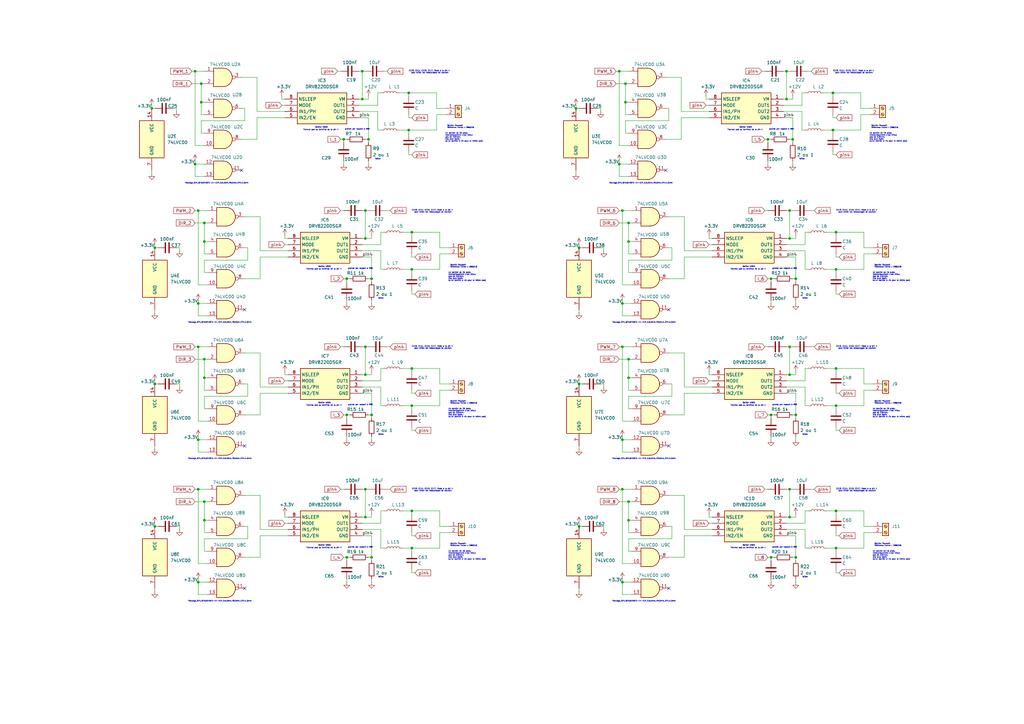
<source format=kicad_sch>
(kicad_sch (version 20231120) (generator "eeschema") (generator_version "8.0")
  (paper "A3")
  (junction (at 148.59 40.64))
  (junction (at 63.5 215.9))
  (junction (at 323.85 97.79))
  (junction (at 257.81 154.94))
  (junction (at 342.9 209.55))
  (junction (at 151.13 57.15))
  (junction (at 149.86 142.24))
  (junction (at 316.23 114.3))
  (junction (at 342.9 151.13))
  (junction (at 63.5 101.6))
  (junction (at 142.24 170.18))
  (junction (at 322.58 40.64))
  (junction (at 168.91 209.55))
  (junction (at 254 29.21))
  (junction (at 256.54 41.91))
  (junction (at 342.9 110.49))
  (junction (at 83.82 147.32))
  (junction (at 148.59 29.21))
  (junction (at 82.55 34.29))
  (junction (at 323.85 200.66))
  (junction (at 323.85 86.36))
  (junction (at 81.28 238.76))
  (junction (at 81.28 142.24))
  (junction (at 326.39 228.6))
  (junction (at 341.63 53.34))
  (junction (at 168.91 224.79))
  (junction (at 63.5 157.48))
  (junction (at 152.4 228.6))
  (junction (at 323.85 153.67))
  (junction (at 257.81 99.06))
  (junction (at 152.4 114.3))
  (junction (at 314.96 57.15))
  (junction (at 256.54 34.29))
  (junction (at 80.01 29.21))
  (junction (at 236.22 44.45))
  (junction (at 81.28 200.66))
  (junction (at 167.64 38.1))
  (junction (at 254 67.31))
  (junction (at 325.12 57.15))
  (junction (at 326.39 170.18))
  (junction (at 316.23 228.6))
  (junction (at 237.49 215.9))
  (junction (at 316.23 170.18))
  (junction (at 140.97 57.15))
  (junction (at 323.85 212.09))
  (junction (at 149.86 86.36))
  (junction (at 255.27 180.34))
  (junction (at 167.64 53.34))
  (junction (at 255.27 142.24))
  (junction (at 83.82 154.94))
  (junction (at 255.27 200.66))
  (junction (at 81.28 86.36))
  (junction (at 168.91 166.37))
  (junction (at 81.28 124.46))
  (junction (at 255.27 86.36))
  (junction (at 323.85 142.24))
  (junction (at 342.9 166.37))
  (junction (at 83.82 213.36))
  (junction (at 257.81 205.74))
  (junction (at 149.86 153.67))
  (junction (at 83.82 91.44))
  (junction (at 142.24 228.6))
  (junction (at 152.4 170.18))
  (junction (at 237.49 101.6))
  (junction (at 82.55 41.91))
  (junction (at 257.81 91.44))
  (junction (at 341.63 38.1))
  (junction (at 81.28 180.34))
  (junction (at 142.24 114.3))
  (junction (at 149.86 212.09))
  (junction (at 62.23 44.45))
  (junction (at 326.39 114.3))
  (junction (at 257.81 147.32))
  (junction (at 149.86 200.66))
  (junction (at 149.86 97.79))
  (junction (at 255.27 124.46))
  (junction (at 322.58 29.21))
  (junction (at 168.91 95.25))
  (junction (at 255.27 238.76))
  (junction (at 342.9 95.25))
  (junction (at 83.82 205.74))
  (junction (at 80.01 67.31))
  (junction (at 83.82 99.06))
  (junction (at 168.91 110.49))
  (junction (at 257.81 213.36))
  (junction (at 168.91 151.13))
  (junction (at 342.9 224.79))
  (junction (at 237.49 157.48))
  (no_connect (at 274.32 241.3))
  (no_connect (at 100.33 182.88))
  (no_connect (at 99.06 69.85))
  (no_connect (at 274.32 182.88))
  (no_connect (at 100.33 241.3))
  (no_connect (at 100.33 127))
  (no_connect (at 274.32 127))
  (no_connect (at 273.05 69.85))
  (wire (pts (xy 85.09 238.76) (xy 81.28 238.76)))
  (wire (pts (xy 257.81 72.39) (xy 254 72.39)))
  (wire (pts (xy 148.59 158.75) (xy 156.21 158.75)))
  (wire (pts (xy 314.96 114.3) (xy 316.23 114.3)))
  (wire (pts (xy 314.96 57.15) (xy 316.23 57.15)))
  (wire (pts (xy 80.01 86.36) (xy 81.28 86.36)))
  (wire (pts (xy 273.05 57.15) (xy 279.4 57.15)))
  (wire (pts (xy 236.22 44.45) (xy 236.22 45.72)))
  (wire (pts (xy 149.86 212.09) (xy 148.59 212.09)))
  (wire (pts (xy 339.09 95.25) (xy 342.9 95.25)))
  (wire (pts (xy 142.24 170.18) (xy 143.51 170.18)))
  (wire (pts (xy 85.09 243.84) (xy 81.28 243.84)))
  (wire (pts (xy 83.82 226.06) (xy 85.09 226.06)))
  (wire (pts (xy 322.58 29.21) (xy 323.85 29.21)))
  (wire (pts (xy 316.23 179.07) (xy 316.23 180.34)))
  (wire (pts (xy 82.55 41.91) (xy 83.82 41.91)))
  (wire (pts (xy 154.94 38.1) (xy 156.21 38.1)))
  (wire (pts (xy 100.33 170.18) (xy 106.68 170.18)))
  (wire (pts (xy 316.23 114.3) (xy 317.5 114.3)))
  (wire (pts (xy 154.94 43.18) (xy 154.94 38.1)))
  (wire (pts (xy 158.75 86.36) (xy 160.02 86.36)))
  (wire (pts (xy 118.11 153.67) (xy 116.84 153.67)))
  (wire (pts (xy 180.34 101.6) (xy 180.34 95.25)))
  (wire (pts (xy 149.86 142.24) (xy 149.86 153.67)))
  (wire (pts (xy 106.68 144.78) (xy 106.68 158.75)))
  (wire (pts (xy 72.39 157.48) (xy 73.66 157.48)))
  (wire (pts (xy 290.83 212.09) (xy 290.83 210.82)))
  (wire (pts (xy 151.13 39.37) (xy 151.13 40.64)))
  (wire (pts (xy 83.82 67.31) (xy 80.01 67.31)))
  (wire (pts (xy 273.05 44.45) (xy 274.32 44.45)))
  (wire (pts (xy 354.33 104.14) (xy 354.33 110.49)))
  (wire (pts (xy 322.58 142.24) (xy 323.85 142.24)))
  (wire (pts (xy 101.6 220.98) (xy 83.82 220.98)))
  (wire (pts (xy 323.85 142.24) (xy 325.12 142.24)))
  (wire (pts (xy 342.9 95.25) (xy 342.9 96.52)))
  (wire (pts (xy 326.39 152.4) (xy 326.39 153.67)))
  (wire (pts (xy 80.01 142.24) (xy 81.28 142.24)))
  (wire (pts (xy 292.1 97.79) (xy 290.83 97.79)))
  (wire (pts (xy 245.11 44.45) (xy 246.38 44.45)))
  (wire (pts (xy 237.49 127) (xy 237.49 128.27)))
  (wire (pts (xy 236.22 69.85) (xy 236.22 71.12)))
  (wire (pts (xy 237.49 100.33) (xy 237.49 101.6)))
  (wire (pts (xy 330.2 156.21) (xy 330.2 151.13)))
  (wire (pts (xy 358.14 104.14) (xy 354.33 104.14)))
  (wire (pts (xy 63.5 100.33) (xy 63.5 101.6)))
  (wire (pts (xy 331.47 110.49) (xy 330.2 110.49)))
  (wire (pts (xy 341.63 53.34) (xy 353.06 53.34)))
  (wire (pts (xy 353.06 46.99) (xy 353.06 53.34)))
  (wire (pts (xy 105.41 57.15) (xy 105.41 48.26)))
  (wire (pts (xy 83.82 213.36) (xy 85.09 213.36)))
  (wire (pts (xy 274.32 114.3) (xy 280.67 114.3)))
  (wire (pts (xy 156.21 214.63) (xy 156.21 209.55)))
  (wire (pts (xy 325.12 39.37) (xy 325.12 40.64)))
  (wire (pts (xy 316.23 123.19) (xy 316.23 124.46)))
  (wire (pts (xy 100.33 114.3) (xy 106.68 114.3)))
  (wire (pts (xy 140.97 228.6) (xy 142.24 228.6)))
  (wire (pts (xy 237.49 157.48) (xy 238.76 157.48)))
  (wire (pts (xy 316.23 114.3) (xy 316.23 115.57)))
  (wire (pts (xy 316.23 228.6) (xy 316.23 229.87)))
  (wire (pts (xy 280.67 88.9) (xy 280.67 102.87)))
  (wire (pts (xy 280.67 158.75) (xy 292.1 158.75)))
  (wire (pts (xy 80.01 72.39) (xy 80.01 67.31)))
  (wire (pts (xy 254 67.31) (xy 254 66.04)))
  (wire (pts (xy 254 200.66) (xy 255.27 200.66)))
  (wire (pts (xy 275.59 101.6) (xy 275.59 106.68)))
  (wire (pts (xy 354.33 160.02) (xy 354.33 166.37)))
  (wire (pts (xy 106.68 203.2) (xy 106.68 217.17)))
  (wire (pts (xy 326.39 114.3) (xy 326.39 115.57)))
  (wire (pts (xy 116.84 156.21) (xy 118.11 156.21)))
  (wire (pts (xy 321.31 29.21) (xy 322.58 29.21)))
  (wire (pts (xy 149.86 200.66) (xy 151.13 200.66)))
  (wire (pts (xy 83.82 72.39) (xy 80.01 72.39)))
  (wire (pts (xy 83.82 91.44) (xy 83.82 99.06)))
  (wire (pts (xy 275.59 106.68) (xy 257.81 106.68)))
  (wire (pts (xy 149.86 200.66) (xy 149.86 212.09)))
  (wire (pts (xy 168.91 166.37) (xy 168.91 167.64)))
  (wire (pts (xy 148.59 142.24) (xy 149.86 142.24)))
  (wire (pts (xy 236.22 44.45) (xy 237.49 44.45)))
  (wire (pts (xy 82.55 49.53) (xy 82.55 54.61)))
  (wire (pts (xy 342.9 166.37) (xy 342.9 167.64)))
  (wire (pts (xy 259.08 129.54) (xy 255.27 129.54)))
  (wire (pts (xy 106.68 161.29) (xy 118.11 161.29)))
  (wire (pts (xy 341.63 62.23) (xy 341.63 63.5)))
  (wire (pts (xy 168.91 120.65) (xy 170.18 120.65)))
  (wire (pts (xy 147.32 43.18) (xy 154.94 43.18)))
  (wire (pts (xy 140.97 170.18) (xy 142.24 170.18)))
  (wire (pts (xy 158.75 142.24) (xy 160.02 142.24)))
  (wire (pts (xy 81.28 86.36) (xy 81.28 116.84)))
  (wire (pts (xy 168.91 119.38) (xy 168.91 120.65)))
  (wire (pts (xy 337.82 38.1) (xy 341.63 38.1)))
  (wire (pts (xy 152.4 97.79) (xy 149.86 97.79)))
  (wire (pts (xy 151.13 114.3) (xy 152.4 114.3)))
  (wire (pts (xy 255.27 185.42) (xy 255.27 180.34)))
  (wire (pts (xy 316.23 170.18) (xy 316.23 171.45)))
  (wire (pts (xy 168.91 166.37) (xy 180.34 166.37)))
  (wire (pts (xy 105.41 31.75) (xy 105.41 45.72)))
  (wire (pts (xy 179.07 46.99) (xy 179.07 53.34)))
  (wire (pts (xy 167.64 38.1) (xy 179.07 38.1)))
  (wire (pts (xy 314.96 57.15) (xy 314.96 58.42)))
  (wire (pts (xy 330.2 151.13) (xy 331.47 151.13)))
  (wire (pts (xy 321.31 45.72) (xy 328.93 45.72)))
  (wire (pts (xy 168.91 110.49) (xy 168.91 111.76)))
  (wire (pts (xy 101.6 162.56) (xy 83.82 162.56)))
  (wire (pts (xy 330.2 214.63) (xy 330.2 209.55)))
  (wire (pts (xy 63.5 241.3) (xy 63.5 242.57)))
  (wire (pts (xy 149.86 86.36) (xy 151.13 86.36)))
  (wire (pts (xy 151.13 48.26) (xy 151.13 57.15)))
  (wire (pts (xy 165.1 151.13) (xy 168.91 151.13)))
  (wire (pts (xy 237.49 215.9) (xy 237.49 217.17)))
  (wire (pts (xy 148.59 161.29) (xy 152.4 161.29)))
  (wire (pts (xy 254 72.39) (xy 254 67.31)))
  (wire (pts (xy 83.82 167.64) (xy 85.09 167.64)))
  (wire (pts (xy 106.68 114.3) (xy 106.68 105.41)))
  (wire (pts (xy 326.39 210.82) (xy 326.39 212.09)))
  (wire (pts (xy 256.54 41.91) (xy 256.54 46.99)))
  (wire (pts (xy 290.83 40.64) (xy 289.56 40.64)))
  (wire (pts (xy 326.39 161.29) (xy 326.39 170.18)))
  (wire (pts (xy 78.74 29.21) (xy 80.01 29.21)))
  (wire (pts (xy 255.27 180.34) (xy 255.27 179.07)))
  (wire (pts (xy 274.32 44.45) (xy 274.32 49.53)))
  (wire (pts (xy 106.68 105.41) (xy 118.11 105.41)))
  (wire (pts (xy 168.91 104.14) (xy 168.91 105.41)))
  (wire (pts (xy 81.28 129.54) (xy 81.28 124.46)))
  (wire (pts (xy 341.63 38.1) (xy 353.06 38.1)))
  (wire (pts (xy 63.5 215.9) (xy 64.77 215.9)))
  (wire (pts (xy 167.64 53.34) (xy 179.07 53.34)))
  (wire (pts (xy 168.91 209.55) (xy 168.91 210.82)))
  (wire (pts (xy 326.39 97.79) (xy 323.85 97.79)))
  (wire (pts (xy 330.2 95.25) (xy 331.47 95.25)))
  (wire (pts (xy 326.39 237.49) (xy 326.39 238.76)))
  (wire (pts (xy 280.67 219.71) (xy 292.1 219.71)))
  (wire (pts (xy 322.58 156.21) (xy 330.2 156.21)))
  (wire (pts (xy 99.06 44.45) (xy 100.33 44.45)))
  (wire (pts (xy 83.82 213.36) (xy 83.82 218.44)))
  (wire (pts (xy 184.15 160.02) (xy 180.34 160.02)))
  (wire (pts (xy 257.81 67.31) (xy 254 67.31)))
  (wire (pts (xy 274.32 170.18) (xy 280.67 170.18)))
  (wire (pts (xy 323.85 57.15) (xy 325.12 57.15)))
  (wire (pts (xy 62.23 43.18) (xy 62.23 44.45)))
  (wire (pts (xy 237.49 214.63) (xy 237.49 215.9)))
  (wire (pts (xy 116.84 214.63) (xy 118.11 214.63)))
  (wire (pts (xy 322.58 102.87) (xy 330.2 102.87)))
  (wire (pts (xy 331.47 29.21) (xy 332.74 29.21)))
  (wire (pts (xy 156.21 110.49) (xy 156.21 102.87)))
  (wire (pts (xy 341.63 48.26) (xy 342.9 48.26)))
  (wire (pts (xy 342.9 234.95) (xy 344.17 234.95)))
  (wire (pts (xy 254 86.36) (xy 255.27 86.36)))
  (wire (pts (xy 63.5 156.21) (xy 63.5 157.48)))
  (wire (pts (xy 280.67 170.18) (xy 280.67 161.29)))
  (wire (pts (xy 167.64 63.5) (xy 168.91 63.5)))
  (wire (pts (xy 330.2 110.49) (xy 330.2 102.87)))
  (wire (pts (xy 180.34 157.48) (xy 180.34 151.13)))
  (wire (pts (xy 354.33 215.9) (xy 354.33 209.55)))
  (wire (pts (xy 280.67 102.87) (xy 292.1 102.87)))
  (wire (pts (xy 149.86 153.67) (xy 148.59 153.67)))
  (wire (pts (xy 168.91 95.25) (xy 168.91 96.52)))
  (wire (pts (xy 326.39 179.07) (xy 326.39 180.34)))
  (wire (pts (xy 81.28 200.66) (xy 81.28 231.14)))
  (wire (pts (xy 323.85 153.67) (xy 322.58 153.67)))
  (wire (pts (xy 99.06 57.15) (xy 105.41 57.15)))
  (wire (pts (xy 148.59 86.36) (xy 149.86 86.36)))
  (wire (pts (xy 115.57 43.18) (xy 116.84 43.18)))
  (wire (pts (xy 118.11 97.79) (xy 116.84 97.79)))
  (wire (pts (xy 100.33 228.6) (xy 106.68 228.6)))
  (wire (pts (xy 80.01 147.32) (xy 83.82 147.32)))
  (wire (pts (xy 313.69 57.15) (xy 314.96 57.15)))
  (wire (pts (xy 179.07 44.45) (xy 179.07 38.1)))
  (wire (pts (xy 72.39 101.6) (xy 73.66 101.6)))
  (wire (pts (xy 257.81 205.74) (xy 259.08 205.74)))
  (wire (pts (xy 180.34 218.44) (xy 180.34 224.79)))
  (wire (pts (xy 149.86 97.79) (xy 148.59 97.79)))
  (wire (pts (xy 180.34 215.9) (xy 180.34 209.55)))
  (wire (pts (xy 184.15 104.14) (xy 180.34 104.14)))
  (wire (pts (xy 154.94 53.34) (xy 154.94 45.72)))
  (wire (pts (xy 156.21 100.33) (xy 156.21 95.25)))
  (wire (pts (xy 342.9 95.25) (xy 354.33 95.25)))
  (wire (pts (xy 168.91 161.29) (xy 170.18 161.29)))
  (wire (pts (xy 342.9 120.65) (xy 344.17 120.65)))
  (wire (pts (xy 254 29.21) (xy 254 59.69)))
  (wire (pts (xy 156.21 151.13) (xy 157.48 151.13)))
  (wire (pts (xy 156.21 209.55) (xy 157.48 209.55)))
  (wire (pts (xy 323.85 86.36) (xy 325.12 86.36)))
  (wire (pts (xy 325.12 114.3) (xy 326.39 114.3)))
  (wire (pts (xy 83.82 106.68) (xy 83.82 111.76)))
  (wire (pts (xy 168.91 105.41) (xy 170.18 105.41)))
  (wire (pts (xy 259.08 243.84) (xy 255.27 243.84)))
  (wire (pts (xy 158.75 200.66) (xy 160.02 200.66)))
  (wire (pts (xy 274.32 215.9) (xy 275.59 215.9)))
  (wire (pts (xy 274.32 228.6) (xy 280.67 228.6)))
  (wire (pts (xy 254 142.24) (xy 255.27 142.24)))
  (wire (pts (xy 85.09 129.54) (xy 81.28 129.54)))
  (wire (pts (xy 254 205.74) (xy 257.81 205.74)))
  (wire (pts (xy 323.85 97.79) (xy 322.58 97.79)))
  (wire (pts (xy 337.82 53.34) (xy 341.63 53.34)))
  (wire (pts (xy 259.08 185.42) (xy 255.27 185.42)))
  (wire (pts (xy 257.81 218.44) (xy 259.08 218.44)))
  (wire (pts (xy 323.85 142.24) (xy 323.85 153.67)))
  (wire (pts (xy 184.15 157.48) (xy 180.34 157.48)))
  (wire (pts (xy 151.13 170.18) (xy 152.4 170.18)))
  (wire (pts (xy 73.66 157.48) (xy 73.66 158.75)))
  (wire (pts (xy 257.81 167.64) (xy 259.08 167.64)))
  (wire (pts (xy 167.64 46.99) (xy 167.64 48.26)))
  (wire (pts (xy 326.39 170.18) (xy 326.39 171.45)))
  (wire (pts (xy 290.83 214.63) (xy 292.1 214.63)))
  (wire (pts (xy 290.83 153.67) (xy 290.83 152.4)))
  (wire (pts (xy 139.7 200.66) (xy 140.97 200.66)))
  (wire (pts (xy 168.91 151.13) (xy 168.91 152.4)))
  (wire (pts (xy 62.23 69.85) (xy 62.23 71.12)))
  (wire (pts (xy 280.67 217.17) (xy 292.1 217.17)))
  (wire (pts (xy 290.83 156.21) (xy 292.1 156.21)))
  (wire (pts (xy 275.59 157.48) (xy 275.59 162.56)))
  (wire (pts (xy 316.23 228.6) (xy 317.5 228.6)))
  (wire (pts (xy 255.27 243.84) (xy 255.27 238.76)))
  (wire (pts (xy 116.84 97.79) (xy 116.84 96.52)))
  (wire (pts (xy 152.4 152.4) (xy 152.4 153.67)))
  (wire (pts (xy 140.97 66.04) (xy 140.97 67.31)))
  (wire (pts (xy 168.91 224.79) (xy 180.34 224.79)))
  (wire (pts (xy 313.69 200.66) (xy 314.96 200.66)))
  (wire (pts (xy 168.91 110.49) (xy 180.34 110.49)))
  (wire (pts (xy 342.9 233.68) (xy 342.9 234.95)))
  (wire (pts (xy 151.13 40.64) (xy 148.59 40.64)))
  (wire (pts (xy 275.59 162.56) (xy 257.81 162.56)))
  (wire (pts (xy 313.69 86.36) (xy 314.96 86.36)))
  (wire (pts (xy 342.9 104.14) (xy 342.9 105.41)))
  (wire (pts (xy 168.91 233.68) (xy 168.91 234.95)))
  (wire (pts (xy 280.67 161.29) (xy 292.1 161.29)))
  (wire (pts (xy 149.86 86.36) (xy 149.86 97.79)))
  (wire (pts (xy 152.4 170.18) (xy 152.4 171.45)))
  (wire (pts (xy 148.59 156.21) (xy 156.21 156.21)))
  (wire (pts (xy 156.21 166.37) (xy 156.21 158.75)))
  (wire (pts (xy 246.38 157.48) (xy 247.65 157.48)))
  (wire (pts (xy 139.7 86.36) (xy 140.97 86.36)))
  (wire (pts (xy 180.34 160.02) (xy 180.34 166.37)))
  (wire (pts (xy 165.1 95.25) (xy 168.91 95.25)))
  (wire (pts (xy 322.58 40.64) (xy 321.31 40.64)))
  (wire (pts (xy 342.9 209.55) (xy 354.33 209.55)))
  (wire (pts (xy 163.83 53.34) (xy 167.64 53.34)))
  (wire (pts (xy 106.68 102.87) (xy 118.11 102.87)))
  (wire (pts (xy 148.59 102.87) (xy 156.21 102.87)))
  (wire (pts (xy 330.2 224.79) (xy 330.2 217.17)))
  (wire (pts (xy 321.31 48.26) (xy 325.12 48.26)))
  (wire (pts (xy 328.93 43.18) (xy 328.93 38.1)))
  (wire (pts (xy 152.4 228.6) (xy 152.4 229.87)))
  (wire (pts (xy 237.49 156.21) (xy 237.49 157.48)))
  (wire (pts (xy 83.82 205.74) (xy 83.82 213.36)))
  (wire (pts (xy 80.01 205.74) (xy 83.82 205.74)))
  (wire (pts (xy 257.81 104.14) (xy 259.08 104.14)))
  (wire (pts (xy 142.24 228.6) (xy 143.51 228.6)))
  (wire (pts (xy 342.9 110.49) (xy 354.33 110.49)))
  (wire (pts (xy 116.84 153.67) (xy 116.84 152.4)))
  (wire (pts (xy 83.82 154.94) (xy 85.09 154.94)))
  (wire (pts (xy 255.27 200.66) (xy 259.08 200.66)))
  (wire (pts (xy 259.08 116.84) (xy 255.27 116.84)))
  (wire (pts (xy 73.66 101.6) (xy 73.66 102.87)))
  (wire (pts (xy 331.47 166.37) (xy 330.2 166.37)))
  (wire (pts (xy 167.64 48.26) (xy 168.91 48.26)))
  (wire (pts (xy 83.82 147.32) (xy 83.82 154.94)))
  (wire (pts (xy 274.32 49.53) (xy 256.54 49.53)))
  (wire (pts (xy 63.5 127) (xy 63.5 128.27)))
  (wire (pts (xy 148.59 40.64) (xy 147.32 40.64)))
  (wire (pts (xy 312.42 29.21) (xy 313.69 29.21)))
  (wire (pts (xy 168.91 218.44) (xy 168.91 219.71)))
  (wire (pts (xy 147.32 45.72) (xy 154.94 45.72)))
  (wire (pts (xy 257.81 59.69) (xy 254 59.69)))
  (wire (pts (xy 257.81 213.36) (xy 259.08 213.36)))
  (wire (pts (xy 101.6 157.48) (xy 101.6 162.56)))
  (wire (pts (xy 342.9 175.26) (xy 342.9 176.53)))
  (wire (pts (xy 152.4 96.52) (xy 152.4 97.79)))
  (wire (pts (xy 142.24 170.18) (xy 142.24 171.45)))
  (wire (pts (xy 259.08 124.46) (xy 255.27 124.46)))
  (wire (pts (xy 322.58 86.36) (xy 323.85 86.36)))
  (wire (pts (xy 275.59 215.9) (xy 275.59 220.98)))
  (wire (pts (xy 140.97 57.15) (xy 140.97 58.42)))
  (wire (pts (xy 257.81 111.76) (xy 259.08 111.76)))
  (wire (pts (xy 168.91 176.53) (xy 170.18 176.53)))
  (wire (pts (xy 274.32 144.78) (xy 280.67 144.78)))
  (wire (pts (xy 82.55 34.29) (xy 83.82 34.29)))
  (wire (pts (xy 80.01 29.21) (xy 80.01 59.69)))
  (wire (pts (xy 73.66 215.9) (xy 73.66 217.17)))
  (wire (pts (xy 152.4 212.09) (xy 149.86 212.09)))
  (wire (pts (xy 280.67 228.6) (xy 280.67 219.71)))
  (wire (pts (xy 139.7 57.15) (xy 140.97 57.15)))
  (wire (pts (xy 63.5 215.9) (xy 63.5 217.17)))
  (wire (pts (xy 157.48 29.21) (xy 158.75 29.21)))
  (wire (pts (xy 147.32 48.26) (xy 151.13 48.26)))
  (wire (pts (xy 342.9 209.55) (xy 342.9 210.82)))
  (wire (pts (xy 100.33 144.78) (xy 106.68 144.78)))
  (wire (pts (xy 182.88 46.99) (xy 179.07 46.99)))
  (wire (pts (xy 330.2 209.55) (xy 331.47 209.55)))
  (wire (pts (xy 325.12 66.04) (xy 325.12 67.31)))
  (wire (pts (xy 157.48 166.37) (xy 156.21 166.37)))
  (wire (pts (xy 142.24 179.07) (xy 142.24 180.34)))
  (wire (pts (xy 322.58 100.33) (xy 330.2 100.33)))
  (wire (pts (xy 280.67 144.78) (xy 280.67 158.75)))
  (wire (pts (xy 259.08 231.14) (xy 255.27 231.14)))
  (wire (pts (xy 83.82 104.14) (xy 85.09 104.14)))
  (wire (pts (xy 152.4 114.3) (xy 152.4 115.57)))
  (wire (pts (xy 314.96 228.6) (xy 316.23 228.6)))
  (wire (pts (xy 322.58 200.66) (xy 323.85 200.66)))
  (wire (pts (xy 116.84 100.33) (xy 118.11 100.33)))
  (wire (pts (xy 106.68 88.9) (xy 106.68 102.87)))
  (wire (pts (xy 157.48 110.49) (xy 156.21 110.49)))
  (wire (pts (xy 106.68 217.17) (xy 118.11 217.17)))
  (wire (pts (xy 168.91 209.55) (xy 180.34 209.55)))
  (wire (pts (xy 257.81 205.74) (xy 257.81 213.36)))
  (wire (pts (xy 142.24 123.19) (xy 142.24 124.46)))
  (wire (pts (xy 81.28 238.76) (xy 81.28 237.49)))
  (wire (pts (xy 83.82 59.69) (xy 80.01 59.69)))
  (wire (pts (xy 151.13 66.04) (xy 151.13 67.31)))
  (wire (pts (xy 151.13 228.6) (xy 152.4 228.6)))
  (wire (pts (xy 322.58 214.63) (xy 330.2 214.63)))
  (wire (pts (xy 148.59 200.66) (xy 149.86 200.66)))
  (wire (pts (xy 100.33 203.2) (xy 106.68 203.2)))
  (wire (pts (xy 106.68 228.6) (xy 106.68 219.71)))
  (wire (pts (xy 254 29.21) (xy 257.81 29.21)))
  (wire (pts (xy 85.09 180.34) (xy 81.28 180.34)))
  (wire (pts (xy 256.54 34.29) (xy 256.54 41.91)))
  (wire (pts (xy 247.65 215.9) (xy 247.65 217.17)))
  (wire (pts (xy 116.84 212.09) (xy 116.84 210.82)))
  (wire (pts (xy 257.81 162.56) (xy 257.81 167.64)))
  (wire (pts (xy 358.14 215.9) (xy 354.33 215.9)))
  (wire (pts (xy 118.11 212.09) (xy 116.84 212.09)))
  (wire (pts (xy 237.49 101.6) (xy 238.76 101.6)))
  (wire (pts (xy 322.58 219.71) (xy 326.39 219.71)))
  (wire (pts (xy 149.86 57.15) (xy 151.13 57.15)))
  (wire (pts (xy 63.5 157.48) (xy 63.5 158.75)))
  (wire (pts (xy 274.32 88.9) (xy 280.67 88.9)))
  (wire (pts (xy 341.63 38.1) (xy 341.63 39.37)))
  (wire (pts (xy 168.91 234.95) (xy 170.18 234.95)))
  (wire (pts (xy 85.09 124.46) (xy 81.28 124.46)))
  (wire (pts (xy 63.5 214.63) (xy 63.5 215.9)))
  (wire (pts (xy 257.81 147.32) (xy 259.08 147.32)))
  (wire (pts (xy 280.67 203.2) (xy 280.67 217.17)))
  (wire (pts (xy 292.1 212.09) (xy 290.83 212.09)))
  (wire (pts (xy 184.15 215.9) (xy 180.34 215.9)))
  (wire (pts (xy 255.27 238.76) (xy 255.27 237.49)))
  (wire (pts (xy 80.01 29.21) (xy 83.82 29.21)))
  (wire (pts (xy 152.4 237.49) (xy 152.4 238.76)))
  (wire (pts (xy 100.33 49.53) (xy 82.55 49.53)))
  (wire (pts (xy 168.91 224.79) (xy 168.91 226.06)))
  (wire (pts (xy 252.73 34.29) (xy 256.54 34.29)))
  (wire (pts (xy 80.01 67.31) (xy 80.01 66.04)))
  (wire (pts (xy 148.59 217.17) (xy 156.21 217.17)))
  (wire (pts (xy 314.96 66.04) (xy 314.96 67.31)))
  (wire (pts (xy 316.23 170.18) (xy 317.5 170.18)))
  (wire (pts (xy 330.2 100.33) (xy 330.2 95.25)))
  (wire (pts (xy 358.14 218.44) (xy 354.33 218.44)))
  (wire (pts (xy 168.91 95.25) (xy 180.34 95.25)))
  (wire (pts (xy 325.12 170.18) (xy 326.39 170.18)))
  (wire (pts (xy 326.39 105.41) (xy 326.39 114.3)))
  (wire (pts (xy 316.23 237.49) (xy 316.23 238.76)))
  (wire (pts (xy 255.27 124.46) (xy 255.27 123.19)))
  (wire (pts (xy 157.48 224.79) (xy 156.21 224.79)))
  (wire (pts (xy 280.67 114.3) (xy 280.67 105.41)))
  (wire (pts (xy 256.54 49.53) (xy 256.54 54.61)))
  (wire (pts (xy 184.15 218.44) (xy 180.34 218.44)))
  (wire (pts (xy 83.82 147.32) (xy 85.09 147.32)))
  (wire (pts (xy 168.91 160.02) (xy 168.91 161.29)))
  (wire (pts (xy 83.82 160.02) (xy 85.09 160.02)))
  (wire (pts (xy 140.97 114.3) (xy 142.24 114.3)))
  (wire (pts (xy 85.09 231.14) (xy 81.28 231.14)))
  (wire (pts (xy 328.93 38.1) (xy 330.2 38.1)))
  (wire (pts (xy 148.59 100.33) (xy 156.21 100.33)))
  (wire (pts (xy 237.49 157.48) (xy 237.49 158.75)))
  (wire (pts (xy 339.09 209.55) (xy 342.9 209.55)))
  (wire (pts (xy 330.2 53.34) (xy 328.93 53.34)))
  (wire (pts (xy 257.81 154.94) (xy 259.08 154.94)))
  (wire (pts (xy 325.12 57.15) (xy 325.12 58.42)))
  (wire (pts (xy 259.08 238.76) (xy 255.27 238.76)))
  (wire (pts (xy 342.9 219.71) (xy 344.17 219.71)))
  (wire (pts (xy 354.33 157.48) (xy 354.33 151.13)))
  (wire (pts (xy 342.9 218.44) (xy 342.9 219.71)))
  (wire (pts (xy 82.55 54.61) (xy 83.82 54.61)))
  (wire (pts (xy 167.64 53.34) (xy 167.64 54.61)))
  (wire (pts (xy 149.86 142.24) (xy 151.13 142.24)))
  (wire (pts (xy 247.65 157.48) (xy 247.65 158.75)))
  (wire (pts (xy 279.4 31.75) (xy 279.4 45.72)))
  (wire (pts (xy 165.1 110.49) (xy 168.91 110.49)))
  (wire (pts (xy 254 147.32) (xy 257.81 147.32)))
  (wire (pts (xy 142.24 114.3) (xy 142.24 115.57)))
  (wire (pts (xy 80.01 200.66) (xy 81.28 200.66)))
  (wire (pts (xy 81.28 142.24) (xy 81.28 172.72)))
  (wire (pts (xy 81.28 243.84) (xy 81.28 238.76)))
  (wire (pts (xy 342.9 160.02) (xy 342.9 161.29)))
  (wire (pts (xy 184.15 101.6) (xy 180.34 101.6)))
  (wire (pts (xy 256.54 41.91) (xy 257.81 41.91)))
  (wire (pts (xy 332.74 86.36) (xy 334.01 86.36)))
  (wire (pts (xy 247.65 101.6) (xy 247.65 102.87)))
  (wire (pts (xy 152.4 123.19) (xy 152.4 124.46)))
  (wire (pts (xy 82.55 46.99) (xy 83.82 46.99)))
  (wire (pts (xy 63.5 101.6) (xy 64.77 101.6)))
  (wire (pts (xy 342.9 224.79) (xy 342.9 226.06)))
  (wire (pts (xy 326.39 228.6) (xy 326.39 229.87)))
  (wire (pts (xy 83.82 99.06) (xy 83.82 104.14)))
  (wire (pts (xy 99.06 31.75) (xy 105.41 31.75)))
  (wire (pts (xy 142.24 228.6) (xy 142.24 229.87)))
  (wire (pts (xy 275.59 220.98) (xy 257.81 220.98)))
  (wire (pts (xy 80.01 91.44) (xy 83.82 91.44)))
  (wire (pts (xy 332.74 200.66) (xy 334.01 200.66)))
  (wire (pts (xy 255.27 129.54) (xy 255.27 124.46)))
  (wire (pts (xy 81.28 124.46) (xy 81.28 123.19)))
  (wire (pts (xy 85.09 116.84) (xy 81.28 116.84)))
  (wire (pts (xy 274.32 203.2) (xy 280.67 203.2)))
  (wire (pts (xy 152.4 153.67) (xy 149.86 153.67)))
  (wire (pts (xy 322.58 158.75) (xy 330.2 158.75)))
  (wire (pts (xy 256.54 46.99) (xy 257.81 46.99)))
  (wire (pts (xy 63.5 101.6) (xy 63.5 102.87)))
  (wire (pts (xy 100.33 101.6) (xy 101.6 101.6)))
  (wire (pts (xy 257.81 160.02) (xy 259.08 160.02)))
  (wire (pts (xy 256.54 54.61) (xy 257.81 54.61)))
  (wire (pts (xy 101.6 101.6) (xy 101.6 106.68)))
  (wire (pts (xy 274.32 157.48) (xy 275.59 157.48)))
  (wire (pts (xy 148.59 29.21) (xy 149.86 29.21)))
  (wire (pts (xy 139.7 142.24) (xy 140.97 142.24)))
  (wire (pts (xy 83.82 154.94) (xy 83.82 160.02)))
  (wire (pts (xy 106.68 158.75) (xy 118.11 158.75)))
  (wire (pts (xy 342.9 224.79) (xy 354.33 224.79)))
  (wire (pts (xy 259.08 180.34) (xy 255.27 180.34)))
  (wire (pts (xy 341.63 46.99) (xy 341.63 48.26)))
  (wire (pts (xy 100.33 215.9) (xy 101.6 215.9)))
  (wire (pts (xy 358.14 157.48) (xy 354.33 157.48)))
  (wire (pts (xy 167.64 38.1) (xy 167.64 39.37)))
  (wire (pts (xy 246.38 101.6) (xy 247.65 101.6)))
  (wire (pts (xy 339.09 151.13) (xy 342.9 151.13)))
  (wire (pts (xy 237.49 241.3) (xy 237.49 242.57)))
  (wire (pts (xy 237.49 215.9) (xy 238.76 215.9)))
  (wire (pts (xy 71.12 44.45) (xy 72.39 44.45)))
  (wire (pts (xy 106.68 219.71) (xy 118.11 219.71)))
  (wire (pts (xy 257.81 220.98) (xy 257.81 226.06)))
  (wire (pts (xy 342.9 161.29) (xy 344.17 161.29)))
  (wire (pts (xy 326.39 96.52) (xy 326.39 97.79)))
  (wire (pts (xy 322.58 217.17) (xy 330.2 217.17)))
  (wire (pts (xy 100.33 44.45) (xy 100.33 49.53)))
  (wire (pts (xy 62.23 44.45) (xy 63.5 44.45)))
  (wire (pts (xy 83.82 220.98) (xy 83.82 226.06)))
  (wire (pts (xy 257.81 91.44) (xy 257.81 99.06)))
  (wire (pts (xy 82.55 34.29) (xy 82.55 41.91)))
  (wire (pts (xy 353.06 44.45) (xy 353.06 38.1)))
  (wire (pts (xy 342.9 176.53) (xy 344.17 176.53)))
  (wire (pts (xy 323.85 200.66) (xy 325.12 200.66)))
  (wire (pts (xy 148.59 219.71) (xy 152.4 219.71)))
  (wire (pts (xy 257.81 106.68) (xy 257.81 111.76)))
  (wire (pts (xy 81.28 142.24) (xy 85.09 142.24)))
  (wire (pts (xy 323.85 200.66) (xy 323.85 212.09)))
  (wire (pts (xy 254 91.44) (xy 257.81 91.44)))
  (wire (pts (xy 182.88 44.45) (xy 179.07 44.45)))
  (wire (pts (xy 246.38 44.45) (xy 246.38 45.72)))
  (wire (pts (xy 140.97 57.15) (xy 142.24 57.15)))
  (wire (pts (xy 106.68 170.18) (xy 106.68 161.29)))
  (wire (pts (xy 148.59 29.21) (xy 148.59 40.64)))
  (wire (pts (xy 342.9 166.37) (xy 354.33 166.37)))
  (wire (pts (xy 257.81 99.06) (xy 259.08 99.06)))
  (wire (pts (xy 142.24 114.3) (xy 143.51 114.3)))
  (wire (pts (xy 273.05 31.75) (xy 279.4 31.75)))
  (wire (pts (xy 156.21 224.79) (xy 156.21 217.17)))
  (wire (pts (xy 156.21 156.21) (xy 156.21 151.13)))
  (wire (pts (xy 289.56 40.64) (xy 289.56 39.37)))
  (wire (pts (xy 255.27 86.36) (xy 255.27 116.84)))
  (wire (pts (xy 274.32 101.6) (xy 275.59 101.6)))
  (wire (pts (xy 354.33 101.6) (xy 354.33 95.25)))
  (wire (pts (xy 255.27 86.36) (xy 259.08 86.36)))
  (wire (pts (xy 63.5 157.48) (xy 64.77 157.48)))
  (wire (pts (xy 148.59 105.41) (xy 152.4 105.41)))
  (wire (pts (xy 326.39 123.19) (xy 326.39 124.46)))
  (wire (pts (xy 279.4 48.26) (xy 290.83 48.26)))
  (wire (pts (xy 81.28 200.66) (xy 85.09 200.66)))
  (wire (pts (xy 323.85 212.09) (xy 322.58 212.09)))
  (wire (pts (xy 257.81 154.94) (xy 257.81 160.02)))
  (wire (pts (xy 83.82 111.76) (xy 85.09 111.76)))
  (wire (pts (xy 72.39 44.45) (xy 72.39 45.72)))
  (wire (pts (xy 165.1 166.37) (xy 168.91 166.37)))
  (wire (pts (xy 115.57 40.64) (xy 115.57 39.37)))
  (wire (pts (xy 292.1 153.67) (xy 290.83 153.67)))
  (wire (pts (xy 151.13 57.15) (xy 151.13 58.42)))
  (wire (pts (xy 313.69 142.24) (xy 314.96 142.24)))
  (wire (pts (xy 289.56 43.18) (xy 290.83 43.18)))
  (wire (pts (xy 82.55 41.91) (xy 82.55 46.99)))
  (wire (pts (xy 152.4 219.71) (xy 152.4 228.6)))
  (wire (pts (xy 325.12 228.6) (xy 326.39 228.6)))
  (wire (pts (xy 356.87 44.45) (xy 353.06 44.45)))
  (wire (pts (xy 257.81 99.06) (xy 257.81 104.14)))
  (wire (pts (xy 78.74 34.29) (xy 82.55 34.29)))
  (wire (pts (xy 342.9 119.38) (xy 342.9 120.65)))
  (wire (pts (xy 165.1 209.55) (xy 168.91 209.55)))
  (wire (pts (xy 101.6 215.9) (xy 101.6 220.98)))
  (wire (pts (xy 332.74 142.24) (xy 334.01 142.24)))
  (wire (pts (xy 325.12 48.26) (xy 325.12 57.15)))
  (wire (pts (xy 81.28 86.36) (xy 85.09 86.36)))
  (wire (pts (xy 85.09 185.42) (xy 81.28 185.42)))
  (wire (pts (xy 165.1 224.79) (xy 168.91 224.79)))
  (wire (pts (xy 116.84 40.64) (xy 115.57 40.64)))
  (wire (pts (xy 83.82 162.56) (xy 83.82 167.64)))
  (wire (pts (xy 255.27 142.24) (xy 255.27 172.72)))
  (wire (pts (xy 279.4 57.15) (xy 279.4 48.26)))
  (wire (pts (xy 85.09 172.72) (xy 81.28 172.72)))
  (wire (pts (xy 138.43 29.21) (xy 139.7 29.21)))
  (wire (pts (xy 142.24 237.49) (xy 142.24 238.76)))
  (wire (pts (xy 180.34 104.14) (xy 180.34 110.49)))
  (wire (pts (xy 101.6 106.68) (xy 83.82 106.68)))
  (wire (pts (xy 342.9 105.41) (xy 344.17 105.41)))
  (wire (pts (xy 236.22 43.18) (xy 236.22 44.45)))
  (wire (pts (xy 341.63 53.34) (xy 341.63 54.61)))
  (wire (pts (xy 167.64 62.23) (xy 167.64 63.5)))
  (wire (pts (xy 339.09 166.37) (xy 342.9 166.37)))
  (wire (pts (xy 321.31 43.18) (xy 328.93 43.18)))
  (wire (pts (xy 163.83 38.1) (xy 167.64 38.1)))
  (wire (pts (xy 259.08 172.72) (xy 255.27 172.72)))
  (wire (pts (xy 168.91 175.26) (xy 168.91 176.53)))
  (wire (pts (xy 339.09 224.79) (xy 342.9 224.79)))
  (wire (pts (xy 257.81 91.44) (xy 259.08 91.44)))
  (wire (pts (xy 255.27 200.66) (xy 255.27 231.14)))
  (wire (pts (xy 246.38 215.9) (xy 247.65 215.9)))
  (wire (pts (xy 331.47 224.79) (xy 330.2 224.79)))
  (wire (pts (xy 339.09 110.49) (xy 342.9 110.49)))
  (wire (pts (xy 328.93 53.34) (xy 328.93 45.72)))
  (wire (pts (xy 322.58 161.29) (xy 326.39 161.29)))
  (wire (pts (xy 322.58 29.21) (xy 322.58 40.64)))
  (wire (pts (xy 330.2 166.37) (xy 330.2 158.75)))
  (wire (pts (xy 323.85 86.36) (xy 323.85 97.79)))
  (wire (pts (xy 290.83 97.79) (xy 290.83 96.52)))
  (wire (pts (xy 257.81 147.32) (xy 257.81 154.94)))
  (wire (pts (xy 105.41 48.26) (xy 116.84 48.26)))
  (wire (pts (xy 325.12 40.64) (xy 322.58 40.64)))
  (wire (pts (xy 81.28 180.34) (xy 81.28 179.07)))
  (wire (pts (xy 152.4 105.41) (xy 152.4 114.3)))
  (wire (pts (xy 314.96 170.18) (xy 316.23 170.18)))
  (wire (pts (xy 152.4 210.82) (xy 152.4 212.09)))
  (wire (pts (xy 148.59 214.63) (xy 156.21 214.63)))
  (wire (pts (xy 105.41 45.72) (xy 116.84 45.72)))
  (wire (pts (xy 83.82 91.44) (xy 85.09 91.44)))
  (wire (pts (xy 322.58 105.41) (xy 326.39 105.41)))
  (wire (pts (xy 63.5 182.88) (xy 63.5 184.15)))
  (wire (pts (xy 342.9 151.13) (xy 354.33 151.13)))
  (wire (pts (xy 83.82 218.44) (xy 85.09 218.44)))
  (wire (pts (xy 152.4 179.07) (xy 152.4 180.34)))
  (wire (pts (xy 326.39 219.71) (xy 326.39 228.6)))
  (wire (pts (xy 252.73 29.21) (xy 254 29.21)))
  (wire (pts (xy 356.87 46.99) (xy 353.06 46.99)))
  (wire (pts (xy 358.14 160.02) (xy 354.33 160.02)))
  (wire (pts (xy 147.32 29.21) (xy 148.59 29.21)))
  (wire (pts (xy 280.67 105.41) (xy 292.1 105.41)))
  (wire (pts (xy 326.39 212.09) (xy 323.85 212.09)))
  (wire (pts (xy 255.27 142.24) (xy 259.08 142.24)))
  (wire (pts (xy 326.39 153.67) (xy 323.85 153.67)))
  (wire (pts (xy 152.4 161.29) (xy 152.4 170.18)))
  (wire (pts (xy 257.81 213.36) (xy 257.81 218.44)))
  (wire (pts (xy 72.39 215.9) (xy 73.66 215.9)))
  (wire (pts (xy 257.81 226.06) (xy 259.08 226.06)))
  (wire (pts (xy 237.49 182.88) (xy 237.49 184.15)))
  (wire (pts (xy 83.82 205.74) (xy 85.09 205.74)))
  (wire (pts (xy 290.83 100.33) (xy 292.1 100.33)))
  (wire (pts (xy 237.49 101.6) (xy 237.49 102.87)))
  (wire (pts (xy 342.9 110.49) (xy 342.9 111.76)))
  (wire (pts (xy 342.9 151.13) (xy 342.9 152.4)))
  (wire (pts (xy 168.91 219.71) (xy 170.18 219.71)))
  (wire (pts (xy 62.23 44.45) (xy 62.23 45.72)))
  (wire (pts (xy 156.21 53.34) (xy 154.94 53.34)))
  (wire (pts (xy 156.21 95.25) (xy 157.48 95.25)))
  (wire (pts (xy 354.33 218.44) (xy 354.33 224.79)))
  (wire (pts (xy 100.33 88.9) (xy 106.68 88.9)))
  (wire (pts (xy 341.63 63.5) (xy 342.9 63.5)))
  (wire (pts (xy 168.91 151.13) (xy 180.34 151.13)))
  (wire (pts (xy 100.33 157.48) (xy 101.6 157.48)))
  (wire (pts (xy 256.54 34.29) (xy 257.81 34.29)))
  (wire (pts (xy 358.14 101.6) (xy 354.33 101.6)))
  (wire (pts (xy 279.4 45.72) (xy 290.83 45.72)))
  (wire (pts (xy 81.28 185.42) (xy 81.28 180.34)))
  (wire (pts (xy 83.82 99.06) (xy 85.09 99.06)))
  (text "Bornier Poussoir\nRéférence Farnel : 1985218\n" (at 357.378 52.07 0) (effects (font (size 0.508 0.508)) (justify left)))
  (text "Package_DFN_QFN:DHVQFN-14-1EP_2.5x3mm_P0.5mm_EP1x1.5mm" (at 264.16 188.214 0) (effects (font (size 0.508 0.508))))
  (text "grande par rapport à R60\n" (at 321.818 224.536 0) (effects (font (size 0.508 0.508))))
  (text "grande par rapport à R60\n" (at 320.548 53.086 0) (effects (font (size 0.508 0.508))))
  (text "C119, C114, C115, C117, Mode à la pin 4 \npour éviter les rebouclages de courant\n\n" (at 177.546 143.002 0) (effects (font (size 0.508 0.508))))
  (text "Bornier Poussoir\nRéférence Farnel : 1985218\n" (at 184.658 165.1 0) (effects (font (size 0.508 0.508)) (justify left)))
  (text "Boîtier WSON \n" (at 304.546 165.354 0) (effects (font (size 0.508 0.508)) (justify left)))
  (text "Un bornier de 16 plots, \nméchaniquement c'est mieux\npas de 2.54mm, \n(rq: plus épais \nqu'un bornier à vis pour le même pas)" (at 183.896 169.418 0) (effects (font (size 0.508 0.508)) (justify left)))
  (text "Thermal pad au terminal de la pin 4" (at 132.842 110.49 0) (effects (font (size 0.508 0.508))))
  (text "Boîtier WSON \n" (at 130.556 109.474 0) (effects (font (size 0.508 0.508)) (justify left)))
  (text "grande par rapport à R60\n" (at 147.828 166.116 0) (effects (font (size 0.508 0.508))))
  (text "C119, C114, C115, C117, Mode à la pin 4 \npour éviter les rebouclages de courant\n\n" (at 351.536 143.002 0) (effects (font (size 0.508 0.508))))
  (text "faible" (at 330.2 178.308 0) (effects (font (size 0.508 0.508))))
  (text "faible" (at 330.2 122.428 0) (effects (font (size 0.508 0.508))))
  (text "faible" (at 154.94 65.278 0) (effects (font (size 0.508 0.508))))
  (text "Package_DFN_QFN:DHVQFN-14-1EP_2.5x3mm_P0.5mm_EP1x1.5mm" (at 90.17 188.214 0) (effects (font (size 0.508 0.508))))
  (text "C119, C114, C115, C117, Mode à la pin 4 \npour éviter les rebouclages de courant\n\n" (at 350.266 29.972 0) (effects (font (size 0.508 0.508))))
  (text "Bornier Poussoir\nRéférence Farnel : 1985218\n" (at 184.658 223.52 0) (effects (font (size 0.508 0.508)) (justify left)))
  (text "Un bornier de 16 plots, \nméchaniquement c'est mieux\npas de 2.54mm, \n(rq: plus épais \nqu'un bornier à vis pour le même pas)" (at 357.886 227.838 0) (effects (font (size 0.508 0.508)) (justify left)))
  (text "C119, C114, C115, C117, Mode à la pin 4 \npour éviter les rebouclages de courant\n\n" (at 177.546 87.122 0) (effects (font (size 0.508 0.508))))
  (text "Un bornier de 16 plots, \nméchaniquement c'est mieux\npas de 2.54mm, \n(rq: plus épais \nqu'un bornier à vis pour le même pas)" (at 183.896 113.538 0) (effects (font (size 0.508 0.508)) (justify left)))
  (text "faible" (at 156.21 122.428 0) (effects (font (size 0.508 0.508))))
  (text "grande par rapport à R60\n" (at 147.828 110.236 0) (effects (font (size 0.508 0.508))))
  (text "Boîtier WSON \n" (at 304.546 109.474 0) (effects (font (size 0.508 0.508)) (justify left)))
  (text "Bornier Poussoir\nRéférence Farnel : 1985218\n" (at 358.648 223.52 0) (effects (font (size 0.508 0.508)) (justify left)))
  (text "Thermal pad au terminal de la pin 4" (at 306.832 224.79 0) (effects (font (size 0.508 0.508))))
  (text "faible" (at 330.2 236.728 0) (effects (font (size 0.508 0.508))))
  (text "Bornier Poussoir\nRéférence Farnel : 1985218\n" (at 358.648 165.1 0) (effects (font (size 0.508 0.508)) (justify left)))
  (text "Boîtier WSON \n" (at 130.556 165.354 0) (effects (font (size 0.508 0.508)) (justify left)))
  (text "Un bornier de 16 plots, \nméchaniquement c'est mieux\npas de 2.54mm, \n(rq: plus épais \nqu'un bornier à vis pour le même pas)" (at 182.626 56.388 0) (effects (font (size 0.508 0.508)) (justify left)))
  (text "grande par rapport à R60\n" (at 146.558 53.086 0) (effects (font (size 0.508 0.508))))
  (text "faible" (at 156.21 178.308 0) (effects (font (size 0.508 0.508))))
  (text "grande par rapport à R60\n" (at 321.818 110.236 0) (effects (font (size 0.508 0.508))))
  (text "Boîtier WSON \n" (at 304.546 223.774 0) (effects (font (size 0.508 0.508)) (justify left)))
  (text "Boîtier WSON \n" (at 129.286 52.324 0) (effects (font (size 0.508 0.508)) (justify left)))
  (text "Package_DFN_QFN:DHVQFN-14-1EP_2.5x3mm_P0.5mm_EP1x1.5mm" (at 264.16 132.334 0) (effects (font (size 0.508 0.508))))
  (text "Thermal pad au terminal de la pin 4" (at 306.832 110.49 0) (effects (font (size 0.508 0.508))))
  (text "Bornier Poussoir\nRéférence Farnel : 1985218\n" (at 183.388 52.07 0) (effects (font (size 0.508 0.508)) (justify left)))
  (text "grande par rapport à R60\n" (at 321.818 166.116 0) (effects (font (size 0.508 0.508))))
  (text "Un bornier de 16 plots, \nméchaniquement c'est mieux\npas de 2.54mm, \n(rq: plus épais \nqu'un bornier à vis pour le même pas)" (at 356.616 56.388 0) (effects (font (size 0.508 0.508)) (justify left)))
  (text "Thermal pad au terminal de la pin 4" (at 305.562 53.34 0) (effects (font (size 0.508 0.508))))
  (text "Package_DFN_QFN:DHVQFN-14-1EP_2.5x3mm_P0.5mm_EP1x1.5mm" (at 88.9 75.184 0) (effects (font (size 0.508 0.508))))
  (text "Un bornier de 16 plots, \nméchaniquement c'est mieux\npas de 2.54mm, \n(rq: plus épais \nqu'un bornier à vis pour le même pas)" (at 357.886 113.538 0) (effects (font (size 0.508 0.508)) (justify left)))
  (text "Boîtier WSON \n" (at 303.276 52.324 0) (effects (font (size 0.508 0.508)) (justify left)))
  (text "Bornier Poussoir\nRéférence Farnel : 1985218\n" (at 184.658 109.22 0) (effects (font (size 0.508 0.508)) (justify left)))
  (text "Un bornier de 16 plots, \nméchaniquement c'est mieux\npas de 2.54mm, \n(rq: plus épais \nqu'un bornier à vis pour le même pas)" (at 183.896 227.838 0) (effects (font (size 0.508 0.508)) (justify left)))
  (text "Bornier Poussoir\nRéférence Farnel : 1985218\n" (at 358.648 109.22 0) (effects (font (size 0.508 0.508)) (justify left)))
  (text "Package_DFN_QFN:DHVQFN-14-1EP_2.5x3mm_P0.5mm_EP1x1.5mm" (at 264.16 246.634 0) (effects (font (size 0.508 0.508))))
  (text "Thermal pad au terminal de la pin 4" (at 306.832 166.37 0) (effects (font (size 0.508 0.508))))
  (text "Un bornier de 16 plots, \nméchaniquement c'est mieux\npas de 2.54mm, \n(rq: plus épais \nqu'un bornier à vis pour le même pas)" (at 357.886 169.418 0) (effects (font (size 0.508 0.508)) (justify left)))
  (text "Thermal pad au terminal de la pin 4" (at 131.572 53.34 0) (effects (font (size 0.508 0.508))))
  (text "C119, C114, C115, C117, Mode à la pin 4 \npour éviter les rebouclages de courant\n\n" (at 176.276 29.972 0) (effects (font (size 0.508 0.508))))
  (text "Package_DFN_QFN:DHVQFN-14-1EP_2.5x3mm_P0.5mm_EP1x1.5mm" (at 90.17 132.334 0) (effects (font (size 0.508 0.508))))
  (text "C119, C114, C115, C117, Mode à la pin 4 \npour éviter les rebouclages de courant\n\n" (at 351.536 201.422 0) (effects (font (size 0.508 0.508))))
  (text "Boîtier WSON \n" (at 130.556 223.774 0) (effects (font (size 0.508 0.508)) (justify left)))
  (text "Thermal pad au terminal de la pin 4" (at 132.842 224.79 0) (effects (font (size 0.508 0.508))))
  (text "faible" (at 156.21 236.728 0) (effects (font (size 0.508 0.508))))
  (text "C119, C114, C115, C117, Mode à la pin 4 \npour éviter les rebouclages de courant\n\n" (at 177.546 201.422 0) (effects (font (size 0.508 0.508))))
  (text "Thermal pad au terminal de la pin 4" (at 132.842 166.37 0) (effects (font (size 0.508 0.508))))
  (text "faible" (at 328.93 65.278 0) (effects (font (size 0.508 0.508))))
  (text "C119, C114, C115, C117, Mode à la pin 4 \npour éviter les rebouclages de courant\n\n" (at 351.536 87.122 0) (effects (font (size 0.508 0.508))))
  (text "Package_DFN_QFN:DHVQFN-14-1EP_2.5x3mm_P0.5mm_EP1x1.5mm" (at 90.17 246.634 0) (effects (font (size 0.508 0.508))))
  (text "grande par rapport à R60\n" (at 147.828 224.536 0) (effects (font (size 0.508 0.508))))
  (text "Package_DFN_QFN:DHVQFN-14-1EP_2.5x3mm_P0.5mm_EP1x1.5mm" (at 262.89 75.184 0) (effects (font (size 0.508 0.508))))
  (label "pin4" (at 148.59 161.29 0))
  (label "pin4" (at 147.32 48.26 0))
  (label "pin4" (at 148.59 105.41 0))
  (label "pin4" (at 322.58 105.41 0))
  (label "pin4" (at 322.58 219.71 0))
  (label "pin4" (at 321.31 48.26 0))
  (label "pin4" (at 322.58 161.29 0))
  (label "pin4" (at 148.59 219.71 0))
  (global_label "pin4" (shape input) (at 342.9 48.26 0) (property "Intersheetrefs" "${INTERSHEET_REFS}" (effects (hide yes))))
  (global_label "pin4" (shape input) (at 139.7 86.36 180) (property "Intersheetrefs" "${INTERSHEET_REFS}" (effects (hide yes))))
  (global_label "DIR_4" (shape input) (at 80.01 205.74 180) (property "Intersheetrefs" "${INTERSHEET_REFS}" (effects (hide yes))))
  (global_label "pin4" (shape input) (at 168.91 63.5 0) (property "Intersheetrefs" "${INTERSHEET_REFS}" (effects (hide yes))))
  (global_label "pin4" (shape input) (at 170.18 120.65 0) (property "Intersheetrefs" "${INTERSHEET_REFS}" (effects (hide yes))))
  (global_label "pin4" (shape input) (at 160.02 200.66 0) (property "Intersheetrefs" "${INTERSHEET_REFS}" (effects (hide yes))))
  (global_label "I_8" (shape input) (at 314.96 228.6 180) (property "Intersheetrefs" "${INTERSHEET_REFS}" (effects (hide yes))))
  (global_label "DIR_5" (shape input) (at 252.73 34.29 180) (property "Intersheetrefs" "${INTERSHEET_REFS}" (effects (hide yes))))
  (global_label "pin4" (shape input) (at 342.9 63.5 0) (property "Intersheetrefs" "${INTERSHEET_REFS}" (effects (hide yes))))
  (global_label "I_3" (shape input) (at 140.97 170.18 180) (property "Intersheetrefs" "${INTERSHEET_REFS}" (effects (hide yes))))
  (global_label "PWM_3" (shape input) (at 80.01 142.24 180) (property "Intersheetrefs" "${INTERSHEET_REFS}" (effects (hide yes))))
  (global_label "pin4" (shape input) (at 344.17 161.29 0) (property "Intersheetrefs" "${INTERSHEET_REFS}" (effects (hide yes))))
  (global_label "pin4" (shape input) (at 289.56 43.18 180) (property "Intersheetrefs" "${INTERSHEET_REFS}" (effects (hide yes))))
  (global_label "I_2" (shape input) (at 140.97 114.3 180) (property "Intersheetrefs" "${INTERSHEET_REFS}" (effects (hide yes))))
  (global_label "PWM_8" (shape input) (at 254 200.66 180) (property "Intersheetrefs" "${INTERSHEET_REFS}" (effects (hide yes))))
  (global_label "pin4" (shape input) (at 334.01 142.24 0) (property "Intersheetrefs" "${INTERSHEET_REFS}" (effects (hide yes))))
  (global_label "pin4" (shape input) (at 170.18 161.29 0) (property "Intersheetrefs" "${INTERSHEET_REFS}" (effects (hide yes))))
  (global_label "pin4" (shape input) (at 290.83 214.63 180) (property "Intersheetrefs" "${INTERSHEET_REFS}" (effects (hide yes))))
  (global_label "I_1" (shape input) (at 139.7 57.15 180) (property "Intersheetrefs" "${INTERSHEET_REFS}" (effects (hide yes))))
  (global_label "I_7" (shape input) (at 314.96 170.18 180) (property "Intersheetrefs" "${INTERSHEET_REFS}" (effects (hide yes))))
  (global_label "DIR_8" (shape input) (at 254 205.74 180) (property "Intersheetrefs" "${INTERSHEET_REFS}" (effects (hide yes))))
  (global_label "pin4" (shape input) (at 116.84 100.33 180) (property "Intersheetrefs" "${INTERSHEET_REFS}" (effects (hide yes))))
  (global_label "pin4" (shape input) (at 170.18 176.53 0) (property "Intersheetrefs" "${INTERSHEET_REFS}" (effects (hide yes))))
  (global_label "pin4" (shape input) (at 168.91 48.26 0) (property "Intersheetrefs" "${INTERSHEET_REFS}" (effects (hide yes))))
  (global_label "pin4" (shape input) (at 313.69 200.66 180) (property "Intersheetrefs" "${INTERSHEET_REFS}" (effects (hide yes))))
  (global_label "pin4" (shape input) (at 290.83 100.33 180) (property "Intersheetrefs" "${INTERSHEET_REFS}" (effects (hide yes))))
  (global_label "pin4" (shape input) (at 170.18 234.95 0) (property "Intersheetrefs" "${INTERSHEET_REFS}" (effects (hide yes))))
  (global_label "PWM_4" (shape input) (at 80.01 200.66 180) (property "Intersheetrefs" "${INTERSHEET_REFS}" (effects (hide yes))))
  (global_label "pin4" (shape input) (at 138.43 29.21 180) (property "Intersheetrefs" "${INTERSHEET_REFS}" (effects (hide yes))))
  (global_label "DIR_2" (shape input) (at 80.01 91.44 180) (property "Intersheetrefs" "${INTERSHEET_REFS}" (effects (hide yes))))
  (global_label "I_6" (shape input) (at 314.96 114.3 180) (property "Intersheetrefs" "${INTERSHEET_REFS}" (effects (hide yes))))
  (global_label "PWM_7" (shape input) (at 254 142.24 180) (property "Intersheetrefs" "${INTERSHEET_REFS}" (effects (hide yes))))
  (global_label "PWM_5" (shape input) (at 252.73 29.21 180) (property "Intersheetrefs" "${INTERSHEET_REFS}" (effects (hide yes))))
  (global_label "pin4" (shape input) (at 344.17 120.65 0) (property "Intersheetrefs" "${INTERSHEET_REFS}" (effects (hide yes))))
  (global_label "I_5" (shape input) (at 313.69 57.15 180) (property "Intersheetrefs" "${INTERSHEET_REFS}" (effects (hide yes))))
  (global_label "DIR_1" (shape input) (at 78.74 34.29 180) (property "Intersheetrefs" "${INTERSHEET_REFS}" (effects (hide yes))))
  (global_label "PWM_6" (shape input) (at 254 86.36 180) (property "Intersheetrefs" "${INTERSHEET_REFS}" (effects (hide yes))))
  (global_label "pin4" (shape input) (at 290.83 156.21 180) (property "Intersheetrefs" "${INTERSHEET_REFS}" (effects (hide yes))))
  (global_label "pin4" (shape input) (at 116.84 214.63 180) (property "Intersheetrefs" "${INTERSHEET_REFS}" (effects (hide yes))))
  (global_label "PWM_1" (shape input) (at 78.74 29.21 180) (property "Intersheetrefs" "${INTERSHEET_REFS}" (effects (hide yes))))
  (global_label "pin4" (shape input) (at 344.17 105.41 0) (property "Intersheetrefs" "${INTERSHEET_REFS}" (effects (hide yes))))
  (global_label "pin4" (shape input) (at 312.42 29.21 180) (property "Intersheetrefs" "${INTERSHEET_REFS}" (effects (hide yes))))
  (global_label "I_4" (shape input) (at 140.97 228.6 180) (property "Intersheetrefs" "${INTERSHEET_REFS}" (effects (hide yes))))
  (global_label "DIR_3" (shape input) (at 80.01 147.32 180) (property "Intersheetrefs" "${INTERSHEET_REFS}" (effects (hide yes))))
  (global_label "pin4" (shape input) (at 170.18 105.41 0) (property "Intersheetrefs" "${INTERSHEET_REFS}" (effects (hide yes))))
  (global_label "pin4" (shape input) (at 313.69 86.36 180) (property "Intersheetrefs" "${INTERSHEET_REFS}" (effects (hide yes))))
  (global_label "pin4" (shape input) (at 344.17 176.53 0) (property "Intersheetrefs" "${INTERSHEET_REFS}" (effects (hide yes))))
  (global_label "pin4" (shape input) (at 334.01 200.66 0) (property "Intersheetrefs" "${INTERSHEET_REFS}" (effects (hide yes))))
  (global_label "pin4" (shape input) (at 332.74 29.21 0) (property "Intersheetrefs" "${INTERSHEET_REFS}" (effects (hide yes))))
  (global_label "pin4" (shape input) (at 158.75 29.21 0) (property "Intersheetrefs" "${INTERSHEET_REFS}" (effects (hide yes))))
  (global_label "pin4" (shape input) (at 313.69 142.24 180) (property "Intersheetrefs" "${INTERSHEET_REFS}" (effects (hide yes))))
  (global_label "pin4" (shape input) (at 334.01 86.36 0) (property "Intersheetrefs" "${INTERSHEET_REFS}" (effects (hide yes))))
  (global_label "pin4" (shape input) (at 139.7 142.24 180) (property "Intersheetrefs" "${INTERSHEET_REFS}" (effects (hide yes))))
  (global_label "pin4" (shape input) (at 160.02 86.36 0) (property "Intersheetrefs" "${INTERSHEET_REFS}" (effects (hide yes))))
  (global_label "pin4" (shape input) (at 170.18 219.71 0) (property "Intersheetrefs" "${INTERSHEET_REFS}" (effects (hide yes))))
  (global_label "pin4" (shape input) (at 344.17 234.95 0) (property "Intersheetrefs" "${INTERSHEET_REFS}" (effects (hide yes))))
  (global_label "PWM_2" (shape input) (at 80.01 86.36 180) (property "Intersheetrefs" "${INTERSHEET_REFS}" (effects (hide yes))))
  (global_label "pin4" (shape input) (at 116.84 156.21 180) (property "Intersheetrefs" "${INTERSHEET_REFS}" (effects (hide yes))))
  (global_label "pin4" (shape input) (at 160.02 142.24 0) (property "Intersheetrefs" "${INTERSHEET_REFS}" (effects (hide yes))))
  (global_label "DIR_7" (shape input) (at 254 147.32 180) (property "Intersheetrefs" "${INTERSHEET_REFS}" (effects (hide yes))))
  (global_label "pin4" (shape input) (at 139.7 200.66 180) (property "Intersheetrefs" "${INTERSHEET_REFS}" (effects (hide yes))))
  (global_label "pin4" (shape input) (at 115.57 43.18 180) (property "Intersheetrefs" "${INTERSHEET_REFS}" (effects (hide yes))))
  (global_label "DIR_6" (shape input) (at 254 91.44 180) (property "Intersheetrefs" "${INTERSHEET_REFS}" (effects (hide yes))))
  (global_label "pin4" (shape input) (at 344.17 219.71 0) (property "Intersheetrefs" "${INTERSHEET_REFS}" (effects (hide yes))))
  (symbol (lib_id "Device:C") (at 342.9 229.87 0) (unit 1)
    (property "Reference" "C64" (at 345.44 228.6 0) (effects (justify left)))
    (property "Value" "C" (at 345.44 231.14 0) (effects (justify left)))
    (property "Description" "Unpolarized capacitor" (effects (hide yes)))
  )
  (symbol (lib_id "power:+5V") (at 81.28 123.19 0) (unit 1)
    (property "Reference" "#PWR055" (effects (hide yes)))
    (property "Value" "+3.3V" (at 78.232 123.444 0))
    (property "Description" "Power symbol creates a global label with name \"+5V\"" (effects (hide yes)))
  )
  (symbol (lib_id "Device:C") (at 142.24 233.68 0) (unit 1)
    (property "Reference" "C65" (at 133.096 236.22 0) (effects (justify left)))
    (property "Value" "100nF" (at 142.494 236.728 0) (effects (justify left)))
    (property "Description" "Unpolarized capacitor" (effects (hide yes)))
  )
  (symbol (lib_id "power:GND") (at 316.23 124.46 0) (unit 1)
    (property "Reference" "#PWR059" (effects (hide yes)))
    (property "Value" "GND" (effects (hide yes)))
    (property "Description" "Power symbol creates a global label with name \"GND\" , ground" (effects (hide yes)))
  )
  (symbol (lib_id "74xx:74HC00") (at 92.71 215.9 0) (unit 2)
    (property "Reference" "U8" (at 98.552 210.312 0))
    (property "Value" "74LVC00" (at 91.44 210.566 0))
    (property "Datasheet" "http://www.ti.com/lit/gpn/sn74hc00" (effects (hide yes)))
    (property "Description" "quad 2-input NAND gate" (effects (hide yes)))
  )
  (symbol (lib_id "Device:C") (at 342.9 156.21 0) (unit 1)
    (property "Reference" "C48" (at 345.44 154.94 0) (effects (justify left)))
    (property "Value" "C" (at 345.44 157.48 0) (effects (justify left)))
    (property "Description" "Unpolarized capacitor" (effects (hide yes)))
  )
  (symbol (lib_id "power:+5V") (at 152.4 210.82 0) (unit 1)
    (property "Reference" "#PWR080" (effects (hide yes)))
    (property "Value" "+12V" (at 153.162 207.01 0))
    (property "Description" "Power symbol creates a global label with name \"+5V\"" (effects (hide yes)))
  )
  (symbol (lib_id "Device:C") (at 168.91 214.63 0) (unit 1)
    (property "Reference" "C59" (at 171.45 213.36 0) (effects (justify left)))
    (property "Value" "C" (at 171.45 215.9 0) (effects (justify left)))
    (property "Description" "Unpolarized capacitor" (effects (hide yes)))
  )
  (symbol (lib_id "Device:R") (at 326.39 175.26 0) (unit 1)
    (property "Reference" "R18" (at 328.168 173.99 0) (effects (justify left)))
    (property "Value" "2 ou 1" (at 328.168 176.53 0) (effects (justify left)))
    (property "Description" "Resistor" (effects (hide yes)))
  )
  (symbol (lib_id "power:GND") (at 72.39 45.72 0) (unit 1)
    (property "Reference" "#PWR037" (effects (hide yes)))
    (property "Value" "GND" (effects (hide yes)))
    (property "Description" "Power symbol creates a global label with name \"GND\" , ground" (effects (hide yes)))
  )
  (symbol (lib_id "power:GND") (at 247.65 158.75 0) (unit 1)
    (property "Reference" "#PWR070" (effects (hide yes)))
    (property "Value" "GND" (effects (hide yes)))
    (property "Description" "Power symbol creates a global label with name \"GND\" , ground" (effects (hide yes)))
  )
  (symbol (lib_id "Device:R") (at 146.05 57.15 90) (unit 1)
    (property "Reference" "R7" (at 143.002 54.864 90))
    (property "Value" "1k" (at 146.812 54.864 90))
    (property "Description" "Resistor" (effects (hide yes)))
  )
  (symbol (lib_id "Connector:Screw_Terminal_01x02") (at 189.23 215.9 0) (unit 1)
    (property "Reference" "J10" (at 191.77 215.8999 0) (effects (justify left)))
    (property "Value" "Screw_Terminal_01x02" (effects (hide yes)))
    (property "Description" "Generic screw terminal, single row, 01x02, script generated (kicad-library-utils/schlib/autogen/connector/)" (effects (hide yes)))
  )
  (symbol (lib_id "74xx:74HC00") (at 91.44 31.75 0) (unit 1)
    (property "Reference" "U2" (at 96.774 26.416 0))
    (property "Value" "74LVC00" (at 90.17 26.416 0))
    (property "Datasheet" "http://www.ti.com/lit/gpn/sn74hc00" (effects (hide yes)))
    (property "Description" "quad 2-input NAND gate" (effects (hide yes)))
  )
  (symbol (lib_id "Device:R") (at 152.4 119.38 0) (unit 1)
    (property "Reference" "R13" (at 154.178 118.11 0) (effects (justify left)))
    (property "Value" "2 ou 1" (at 154.178 120.65 0) (effects (justify left)))
    (property "Description" "Resistor" (effects (hide yes)))
  )
  (symbol (lib_id "Device:R") (at 321.31 114.3 90) (unit 1)
    (property "Reference" "R12" (at 318.262 112.014 90))
    (property "Value" "1k" (at 322.072 112.014 90))
    (property "Description" "Resistor" (effects (hide yes)))
  )
  (symbol (lib_id "74xx:74HC00") (at 237.49 114.3 0) (unit 5)
    (property "Reference" "U5" (at 243.84 113.0299 0) (effects (justify left)))
    (property "Value" "74LVC00" (at 243.84 115.5699 0) (effects (justify left)))
    (property "Datasheet" "http://www.ti.com/lit/gpn/sn74hc00" (effects (hide yes)))
    (property "Description" "quad 2-input NAND gate" (effects (hide yes)))
  )
  (symbol (lib_id "power:+5V") (at 63.5 214.63 0) (unit 1)
    (property "Reference" "#PWR083" (effects (hide yes)))
    (property "Value" "+3.3V" (at 60.452 214.884 0))
    (property "Description" "Power symbol creates a global label with name \"+5V\"" (effects (hide yes)))
  )
  (symbol (lib_id "Device:R") (at 326.39 119.38 0) (unit 1)
    (property "Reference" "R14" (at 328.168 118.11 0) (effects (justify left)))
    (property "Value" "2 ou 1" (at 328.168 120.65 0) (effects (justify left)))
    (property "Description" "Resistor" (effects (hide yes)))
  )
  (symbol (lib_id "DRV8220DSGR:DRV8220DSGR") (at 322.58 97.79 0) (mirror y) (unit 1)
    (property "Reference" "IC6" (at 307.34 90.17 0))
    (property "Value" "DRV8220DSGR" (at 307.34 92.71 0))
    (property "Datasheet" "https://www.ti.com/lit/gpn/drv8220" (effects (hide yes)))
    (property "Description" "DRV8220DSGR" (effects (hide yes)))
    (property "Height" "0.8" (effects (hide yes)))
    (property "Mouser Part Number" "595-DRV8220DSGR" (effects (hide yes)))
    (property "Mouser Price/Stock" "https://www.mouser.co.uk/ProductDetail/Texas-Instruments/DRV8220DSGR?qs=A6eO%252BMLsxmR1BpX9iMystg%3D%3D" (effects (hide yes)))
    (property "Manufacturer_Name" "Texas Instruments" (effects (hide yes)))
    (property "Manufacturer_Part_Number" "DRV8220DSGR" (effects (hide yes)))
  )
  (symbol (lib_id "power:+5V") (at 255.27 179.07 0) (unit 1)
    (property "Reference" "#PWR072" (effects (hide yes)))
    (property "Value" "+3.3V" (at 252.222 179.324 0))
    (property "Description" "Power symbol creates a global label with name \"+5V\"" (effects (hide yes)))
  )
  (symbol (lib_id "74xx:74HC00") (at 266.7 88.9 0) (unit 1)
    (property "Reference" "U5" (at 272.034 83.566 0))
    (property "Value" "74LVC00" (at 265.43 83.566 0))
    (property "Datasheet" "http://www.ti.com/lit/gpn/sn74hc00" (effects (hide yes)))
    (property "Description" "quad 2-input NAND gate" (effects (hide yes)))
  )
  (symbol (lib_id "74xx:74HC00") (at 92.71 170.18 0) (unit 3)
    (property "Reference" "U6" (at 99.06 165.1 0))
    (property "Value" "74LVC00" (at 91.694 165.1 0))
    (property "Datasheet" "http://www.ti.com/lit/gpn/sn74hc00" (effects (hide yes)))
    (property "Description" "quad 2-input NAND gate" (effects (hide yes)))
  )
  (symbol (lib_id "Device:C") (at 144.78 86.36 90) (unit 1)
    (property "Reference" "C31" (at 145.288 89.916 90))
    (property "Value" "100nF" (at 144.78 82.804 90))
    (property "Description" "Unpolarized capacitor" (effects (hide yes)))
  )
  (symbol (lib_id "74xx:74HC00") (at 266.7 144.78 0) (unit 1)
    (property "Reference" "U7" (at 272.034 139.446 0))
    (property "Value" "74LVC00" (at 265.43 139.446 0))
    (property "Datasheet" "http://www.ti.com/lit/gpn/sn74hc00" (effects (hide yes)))
    (property "Description" "quad 2-input NAND gate" (effects (hide yes)))
  )
  (symbol (lib_id "74xx:74HC00") (at 265.43 57.15 0) (unit 3)
    (property "Reference" "U3" (at 271.78 52.07 0))
    (property "Value" "74LVC00" (at 264.414 52.07 0))
    (property "Datasheet" "http://www.ti.com/lit/gpn/sn74hc00" (effects (hide yes)))
    (property "Description" "quad 2-input NAND gate" (effects (hide yes)))
  )
  (symbol (lib_id "74xx:74HC00") (at 266.7 241.3 0) (unit 4)
    (property "Reference" "U9" (at 272.796 235.966 0))
    (property "Value" "74LVC00" (at 265.938 235.966 0))
    (property "Datasheet" "http://www.ti.com/lit/gpn/sn74hc00" (effects (hide yes)))
    (property "Description" "quad 2-input NAND gate" (effects (hide yes)))
  )
  (symbol (lib_id "74xx:74HC00") (at 266.7 182.88 0) (unit 4)
    (property "Reference" "U7" (at 272.796 177.546 0))
    (property "Value" "74LVC00" (at 265.938 177.546 0))
    (property "Datasheet" "http://www.ti.com/lit/gpn/sn74hc00" (effects (hide yes)))
    (property "Description" "quad 2-input NAND gate" (effects (hide yes)))
  )
  (symbol (lib_id "Device:C") (at 142.24 119.38 0) (unit 1)
    (property "Reference" "C41" (at 133.096 121.92 0) (effects (justify left)))
    (property "Value" "100nF" (at 142.494 122.428 0) (effects (justify left)))
    (property "Description" "Unpolarized capacitor" (effects (hide yes)))
  )
  (symbol (lib_id "Device:R") (at 147.32 170.18 90) (unit 1)
    (property "Reference" "R15" (at 144.272 167.894 90))
    (property "Value" "1k" (at 148.082 167.894 90))
    (property "Description" "Resistor" (effects (hide yes)))
  )
  (symbol (lib_id "Device:R") (at 152.4 233.68 0) (unit 1)
    (property "Reference" "R21" (at 154.178 232.41 0) (effects (justify left)))
    (property "Value" "2 ou 1" (at 154.178 234.95 0) (effects (justify left)))
    (property "Description" "Resistor" (effects (hide yes)))
  )
  (symbol (lib_id "power:+5V") (at 116.84 210.82 0) (unit 1)
    (property "Reference" "#PWR079" (effects (hide yes)))
    (property "Value" "+3.3V" (at 117.602 207.01 0))
    (property "Description" "Power symbol creates a global label with name \"+5V\"" (effects (hide yes)))
  )
  (symbol (lib_id "power:GND") (at 142.24 180.34 0) (unit 1)
    (property "Reference" "#PWR073" (effects (hide yes)))
    (property "Value" "GND" (effects (hide yes)))
    (property "Description" "Power symbol creates a global label with name \"GND\" , ground" (effects (hide yes)))
  )
  (symbol (lib_id "power:GND") (at 246.38 45.72 0) (unit 1)
    (property "Reference" "#PWR038" (effects (hide yes)))
    (property "Value" "GND" (effects (hide yes)))
    (property "Description" "Power symbol creates a global label with name \"GND\" , ground" (effects (hide yes)))
  )
  (symbol (lib_id "power:GND") (at 316.23 238.76 0) (unit 1)
    (property "Reference" "#PWR091" (effects (hide yes)))
    (property "Value" "GND" (effects (hide yes)))
    (property "Description" "Power symbol creates a global label with name \"GND\" , ground" (effects (hide yes)))
  )
  (symbol (lib_id "power:+5V") (at 116.84 96.52 0) (unit 1)
    (property "Reference" "#PWR047" (effects (hide yes)))
    (property "Value" "+3.3V" (at 117.602 92.71 0))
    (property "Description" "Power symbol creates a global label with name \"+5V\"" (effects (hide yes)))
  )
  (symbol (lib_id "74xx:74HC00") (at 265.43 69.85 0) (unit 4)
    (property "Reference" "U3" (at 271.526 64.516 0))
    (property "Value" "74LVC00" (at 264.668 64.516 0))
    (property "Datasheet" "http://www.ti.com/lit/gpn/sn74hc00" (effects (hide yes)))
    (property "Description" "quad 2-input NAND gate" (effects (hide yes)))
  )
  (symbol (lib_id "power:GND") (at 326.39 124.46 0) (unit 1)
    (property "Reference" "#PWR060" (effects (hide yes)))
    (property "Value" "GND" (effects (hide yes)))
    (property "Description" "Power symbol creates a global label with name \"GND\" , ground" (effects (hide yes)))
  )
  (symbol (lib_id "74xx:74HC00") (at 62.23 57.15 0) (unit 5)
    (property "Reference" "U2" (at 68.58 55.8799 0) (effects (justify left)))
    (property "Value" "74LVC00" (at 68.58 58.4199 0) (effects (justify left)))
    (property "Datasheet" "http://www.ti.com/lit/gpn/sn74hc00" (effects (hide yes)))
    (property "Description" "quad 2-input NAND gate" (effects (hide yes)))
  )
  (symbol (lib_id "74xx:74HC00") (at 266.7 203.2 0) (unit 1)
    (property "Reference" "U9" (at 272.034 197.866 0))
    (property "Value" "74LVC00" (at 265.43 197.866 0))
    (property "Datasheet" "http://www.ti.com/lit/gpn/sn74hc00" (effects (hide yes)))
    (property "Description" "quad 2-input NAND gate" (effects (hide yes)))
  )
  (symbol (lib_id "74xx:74HC00") (at 91.44 57.15 0) (unit 3)
    (property "Reference" "U2" (at 97.79 52.07 0))
    (property "Value" "74LVC00" (at 90.424 52.07 0))
    (property "Datasheet" "http://www.ti.com/lit/gpn/sn74hc00" (effects (hide yes)))
    (property "Description" "quad 2-input NAND gate" (effects (hide yes)))
  )
  (symbol (lib_id "DRV8220DSGR:DRV8220DSGR") (at 321.31 40.64 0) (mirror y) (unit 1)
    (property "Reference" "IC4" (at 306.07 33.02 0))
    (property "Value" "DRV8220DSGR" (at 306.07 35.56 0))
    (property "Datasheet" "https://www.ti.com/lit/gpn/drv8220" (effects (hide yes)))
    (property "Description" "DRV8220DSGR" (effects (hide yes)))
    (property "Height" "0.8" (effects (hide yes)))
    (property "Mouser Part Number" "595-DRV8220DSGR" (effects (hide yes)))
    (property "Mouser Price/Stock" "https://www.mouser.co.uk/ProductDetail/Texas-Instruments/DRV8220DSGR?qs=A6eO%252BMLsxmR1BpX9iMystg%3D%3D" (effects (hide yes)))
    (property "Manufacturer_Name" "Texas Instruments" (effects (hide yes)))
    (property "Manufacturer_Part_Number" "DRV8220DSGR" (effects (hide yes)))
  )
  (symbol (lib_id "power:GND") (at 63.5 242.57 0) (unit 1)
    (property "Reference" "#PWR093" (effects (hide yes)))
    (property "Value" "GND" (effects (hide yes)))
    (property "Description" "Power symbol creates a global label with name \"GND\" , ground" (effects (hide yes)))
  )
  (symbol (lib_id "Device:R") (at 147.32 228.6 90) (unit 1)
    (property "Reference" "R19" (at 144.272 226.314 90))
    (property "Value" "1k" (at 148.082 226.314 90))
    (property "Description" "Resistor" (effects (hide yes)))
  )
  (symbol (lib_id "74xx:74HC00") (at 92.71 228.6 0) (unit 3)
    (property "Reference" "U8" (at 99.06 223.52 0))
    (property "Value" "74LVC00" (at 91.694 223.52 0))
    (property "Datasheet" "http://www.ti.com/lit/gpn/sn74hc00" (effects (hide yes)))
    (property "Description" "quad 2-input NAND gate" (effects (hide yes)))
  )
  (symbol (lib_id "Device:C") (at 143.51 29.21 90) (unit 1)
    (property "Reference" "C19" (at 144.018 32.766 90))
    (property "Value" "100nF" (at 143.51 25.654 90))
    (property "Description" "Unpolarized capacitor" (effects (hide yes)))
  )
  (symbol (lib_id "74xx:74HC00") (at 266.7 157.48 0) (unit 2)
    (property "Reference" "U7" (at 272.542 151.892 0))
    (property "Value" "74LVC00" (at 265.43 152.146 0))
    (property "Datasheet" "http://www.ti.com/lit/gpn/sn74hc00" (effects (hide yes)))
    (property "Description" "quad 2-input NAND gate" (effects (hide yes)))
  )
  (symbol (lib_id "Device:C") (at 140.97 62.23 0) (unit 1)
    (property "Reference" "C29" (at 131.826 64.77 0) (effects (justify left)))
    (property "Value" "100nF" (at 141.224 65.278 0) (effects (justify left)))
    (property "Description" "Unpolarized capacitor" (effects (hide yes)))
  )
  (symbol (lib_id "power:+5V") (at 237.49 156.21 0) (unit 1)
    (property "Reference" "#PWR068" (effects (hide yes)))
    (property "Value" "+3.3V" (at 234.442 156.464 0))
    (property "Description" "Power symbol creates a global label with name \"+5V\"" (effects (hide yes)))
  )
  (symbol (lib_id "74xx:74HC00") (at 236.22 57.15 0) (unit 5)
    (property "Reference" "U3" (at 242.57 55.8799 0) (effects (justify left)))
    (property "Value" "74LVC00" (at 242.57 58.4199 0) (effects (justify left)))
    (property "Datasheet" "http://www.ti.com/lit/gpn/sn74hc00" (effects (hide yes)))
    (property "Description" "quad 2-input NAND gate" (effects (hide yes)))
  )
  (symbol (lib_id "power:GND") (at 326.39 238.76 0) (unit 1)
    (property "Reference" "#PWR092" (effects (hide yes)))
    (property "Value" "GND" (effects (hide yes)))
    (property "Description" "Power symbol creates a global label with name \"GND\" , ground" (effects (hide yes)))
  )
  (symbol (lib_id "power:GND") (at 151.13 67.31 0) (unit 1)
    (property "Reference" "#PWR042" (effects (hide yes)))
    (property "Value" "GND" (effects (hide yes)))
    (property "Description" "Power symbol creates a global label with name \"GND\" , ground" (effects (hide yes)))
  )
  (symbol (lib_id "74xx:74HC00") (at 92.71 241.3 0) (unit 4)
    (property "Reference" "U8" (at 98.806 235.966 0))
    (property "Value" "74LVC00" (at 91.948 235.966 0))
    (property "Datasheet" "http://www.ti.com/lit/gpn/sn74hc00" (effects (hide yes)))
    (property "Description" "quad 2-input NAND gate" (effects (hide yes)))
  )
  (symbol (lib_id "power:GND") (at 140.97 67.31 0) (unit 1)
    (property "Reference" "#PWR041" (effects (hide yes)))
    (property "Value" "GND" (effects (hide yes)))
    (property "Description" "Power symbol creates a global label with name \"GND\" , ground" (effects (hide yes)))
  )
  (symbol (lib_id "Device:C") (at 144.78 200.66 90) (unit 1)
    (property "Reference" "C55" (at 145.288 204.216 90))
    (property "Value" "100nF" (at 144.78 197.104 90))
    (property "Description" "Unpolarized capacitor" (effects (hide yes)))
  )
  (symbol (lib_id "Device:C") (at 68.58 101.6 90) (unit 1)
    (property "Reference" "C37" (at 72.136 100.584 90))
    (property "Value" "100nF" (at 68.58 98.044 90))
    (property "Description" "Unpolarized capacitor" (effects (hide yes)))
  )
  (symbol (lib_id "Device:L") (at 161.29 95.25 90) (unit 1)
    (property "Reference" "L5" (at 164.084 92.71 90))
    (property "Value" "L" (at 161.29 92.71 90))
    (property "Description" "Inductor" (effects (hide yes)))
  )
  (symbol (lib_id "power:GND") (at 247.65 217.17 0) (unit 1)
    (property "Reference" "#PWR086" (effects (hide yes)))
    (property "Value" "GND" (effects (hide yes)))
    (property "Description" "Power symbol creates a global label with name \"GND\" , ground" (effects (hide yes)))
  )
  (symbol (lib_id "Device:C") (at 67.31 44.45 90) (unit 1)
    (property "Reference" "C25" (at 70.866 43.434 90))
    (property "Value" "100nF" (at 67.31 40.894 90))
    (property "Description" "Unpolarized capacitor" (effects (hide yes)))
  )
  (symbol (lib_id "Device:C") (at 167.64 58.42 0) (unit 1)
    (property "Reference" "C27" (at 170.18 57.15 0) (effects (justify left)))
    (property "Value" "C" (at 170.18 59.69 0) (effects (justify left)))
    (property "Description" "Unpolarized capacitor" (effects (hide yes)))
  )
  (symbol (lib_id "Connector:Screw_Terminal_01x02") (at 187.96 44.45 0) (unit 1)
    (property "Reference" "J4" (at 190.5 44.4499 0) (effects (justify left)))
    (property "Value" "Screw_Terminal_01x02" (effects (hide yes)))
    (property "Description" "Generic screw terminal, single row, 01x02, script generated (kicad-library-utils/schlib/autogen/connector/)" (effects (hide yes)))
  )
  (symbol (lib_id "74xx:74HC00") (at 91.44 69.85 0) (unit 4)
    (property "Reference" "U2" (at 97.536 64.516 0))
    (property "Value" "74LVC00" (at 90.678 64.516 0))
    (property "Datasheet" "http://www.ti.com/lit/gpn/sn74hc00" (effects (hide yes)))
    (property "Description" "quad 2-input NAND gate" (effects (hide yes)))
  )
  (symbol (lib_id "Device:R") (at 152.4 175.26 0) (unit 1)
    (property "Reference" "R17" (at 154.178 173.99 0) (effects (justify left)))
    (property "Value" "2 ou 1" (at 154.178 176.53 0) (effects (justify left)))
    (property "Description" "Resistor" (effects (hide yes)))
  )
  (symbol (lib_id "74xx:74HC00") (at 266.7 170.18 0) (unit 3)
    (property "Reference" "U7" (at 273.05 165.1 0))
    (property "Value" "74LVC00" (at 265.684 165.1 0))
    (property "Datasheet" "http://www.ti.com/lit/gpn/sn74hc00" (effects (hide yes)))
    (property "Description" "quad 2-input NAND gate" (effects (hide yes)))
  )
  (symbol (lib_id "Connector:Screw_Terminal_01x02") (at 363.22 157.48 0) (unit 1)
    (property "Reference" "J9" (at 365.76 157.4799 0) (effects (justify left)))
    (property "Value" "Screw_Terminal_01x02" (effects (hide yes)))
    (property "Description" "Generic screw terminal, single row, 01x02, script generated (kicad-library-utils/schlib/autogen/connector/)" (effects (hide yes)))
  )
  (symbol (lib_id "Device:C") (at 142.24 175.26 0) (unit 1)
    (property "Reference" "C53" (at 133.096 177.8 0) (effects (justify left)))
    (property "Value" "100nF" (at 142.494 178.308 0) (effects (justify left)))
    (property "Description" "Unpolarized capacitor" (effects (hide yes)))
  )
  (symbol (lib_id "power:GND") (at 237.49 242.57 0) (unit 1)
    (property "Reference" "#PWR094" (effects (hide yes)))
    (property "Value" "GND" (effects (hide yes)))
    (property "Description" "Power symbol creates a global label with name \"GND\" , ground" (effects (hide yes)))
  )
  (symbol (lib_id "Device:C") (at 168.91 156.21 0) (unit 1)
    (property "Reference" "C47" (at 171.45 154.94 0) (effects (justify left)))
    (property "Value" "C" (at 171.45 157.48 0) (effects (justify left)))
    (property "Description" "Unpolarized capacitor" (effects (hide yes)))
  )
  (symbol (lib_id "74xx:74HC00") (at 92.71 182.88 0) (unit 4)
    (property "Reference" "U6" (at 98.806 177.546 0))
    (property "Value" "74LVC00" (at 91.948 177.546 0))
    (property "Datasheet" "http://www.ti.com/lit/gpn/sn74hc00" (effects (hide yes)))
    (property "Description" "quad 2-input NAND gate" (effects (hide yes)))
  )
  (symbol (lib_id "74xx:74HC00") (at 266.7 114.3 0) (unit 3)
    (property "Reference" "U5" (at 273.05 109.22 0))
    (property "Value" "74LVC00" (at 265.684 109.22 0))
    (property "Datasheet" "http://www.ti.com/lit/gpn/sn74hc00" (effects (hide yes)))
    (property "Description" "quad 2-input NAND gate" (effects (hide yes)))
  )
  (symbol (lib_id "power:GND") (at 73.66 158.75 0) (unit 1)
    (property "Reference" "#PWR069" (effects (hide yes)))
    (property "Value" "GND" (effects (hide yes)))
    (property "Description" "Power symbol creates a global label with name \"GND\" , ground" (effects (hide yes)))
  )
  (symbol (lib_id "Device:C") (at 68.58 157.48 90) (unit 1)
    (property "Reference" "C49" (at 72.136 156.464 90))
    (property "Value" "100nF" (at 68.58 153.924 90))
    (property "Description" "Unpolarized capacitor" (effects (hide yes)))
  )
  (symbol (lib_id "Device:C") (at 68.58 215.9 90) (unit 1)
    (property "Reference" "C61" (at 72.136 214.884 90))
    (property "Value" "100nF" (at 68.58 212.344 90))
    (property "Description" "Unpolarized capacitor" (effects (hide yes)))
  )
  (symbol (lib_id "power:+5V") (at 151.13 39.37 0) (unit 1)
    (property "Reference" "#PWR032" (effects (hide yes)))
    (property "Value" "+12V" (at 151.892 35.56 0))
    (property "Description" "Power symbol creates a global label with name \"+5V\"" (effects (hide yes)))
  )
  (symbol (lib_id "74xx:74HC00") (at 266.7 127 0) (unit 4)
    (property "Reference" "U5" (at 272.796 121.666 0))
    (property "Value" "74LVC00" (at 265.938 121.666 0))
    (property "Datasheet" "http://www.ti.com/lit/gpn/sn74hc00" (effects (hide yes)))
    (property "Description" "quad 2-input NAND gate" (effects (hide yes)))
  )
  (symbol (lib_id "power:GND") (at 237.49 184.15 0) (unit 1)
    (property "Reference" "#PWR078" (effects (hide yes)))
    (property "Value" "GND" (effects (hide yes)))
    (property "Description" "Power symbol creates a global label with name \"GND\" , ground" (effects (hide yes)))
  )
  (symbol (lib_id "Device:L") (at 161.29 151.13 90) (unit 1)
    (property "Reference" "L9" (at 164.084 148.59 90))
    (property "Value" "L" (at 161.29 148.59 90))
    (property "Description" "Inductor" (effects (hide yes)))
  )
  (symbol (lib_id "74xx:74HC00") (at 91.44 44.45 0) (unit 2)
    (property "Reference" "U2" (at 97.282 38.862 0))
    (property "Value" "74LVC00" (at 90.17 39.116 0))
    (property "Datasheet" "http://www.ti.com/lit/gpn/sn74hc00" (effects (hide yes)))
    (property "Description" "quad 2-input NAND gate" (effects (hide yes)))
  )
  (symbol (lib_id "Device:C") (at 316.23 175.26 0) (unit 1)
    (property "Reference" "C54" (at 307.086 177.8 0) (effects (justify left)))
    (property "Value" "100nF" (at 316.484 178.308 0) (effects (justify left)))
    (property "Description" "Unpolarized capacitor" (effects (hide yes)))
  )
  (symbol (lib_id "power:GND") (at 247.65 102.87 0) (unit 1)
    (property "Reference" "#PWR054" (effects (hide yes)))
    (property "Value" "GND" (effects (hide yes)))
    (property "Description" "Power symbol creates a global label with name \"GND\" , ground" (effects (hide yes)))
  )
  (symbol (lib_id "74xx:74HC00") (at 266.7 228.6 0) (unit 3)
    (property "Reference" "U9" (at 273.05 223.52 0))
    (property "Value" "74LVC00" (at 265.684 223.52 0))
    (property "Datasheet" "http://www.ti.com/lit/gpn/sn74hc00" (effects (hide yes)))
    (property "Description" "quad 2-input NAND gate" (effects (hide yes)))
  )
  (symbol (lib_id "Device:L") (at 335.28 95.25 90) (unit 1)
    (property "Reference" "L6" (at 338.074 92.71 90))
    (property "Value" "L" (at 335.28 92.71 90))
    (property "Description" "Inductor" (effects (hide yes)))
  )
  (symbol (lib_id "74xx:74HC00") (at 237.49 170.18 0) (unit 5)
    (property "Reference" "U7" (at 243.84 168.9099 0) (effects (justify left)))
    (property "Value" "74LVC00" (at 243.84 171.4499 0) (effects (justify left)))
    (property "Datasheet" "http://www.ti.com/lit/gpn/sn74hc00" (effects (hide yes)))
    (property "Description" "quad 2-input NAND gate" (effects (hide yes)))
  )
  (symbol (lib_id "Device:L") (at 161.29 166.37 90) (unit 1)
    (property "Reference" "L11" (at 162.052 163.83 90))
    (property "Value" "L" (at 159.258 163.83 90))
    (property "Description" "Inductor" (effects (hide yes)))
  )
  (symbol (lib_id "power:+5V") (at 254 66.04 0) (unit 1)
    (property "Reference" "#PWR040" (effects (hide yes)))
    (property "Value" "+3.3V" (at 250.952 66.294 0))
    (property "Description" "Power symbol creates a global label with name \"+5V\"" (effects (hide yes)))
  )
  (symbol (lib_id "Device:C") (at 314.96 62.23 0) (unit 1)
    (property "Reference" "C30" (at 305.816 64.77 0) (effects (justify left)))
    (property "Value" "100nF" (at 315.214 65.278 0) (effects (justify left)))
    (property "Description" "Unpolarized capacitor" (effects (hide yes)))
  )
  (symbol (lib_id "Device:C") (at 168.91 100.33 0) (unit 1)
    (property "Reference" "C35" (at 171.45 99.06 0) (effects (justify left)))
    (property "Value" "C" (at 171.45 101.6 0) (effects (justify left)))
    (property "Description" "Unpolarized capacitor" (effects (hide yes)))
  )
  (symbol (lib_id "Device:L") (at 335.28 209.55 90) (unit 1)
    (property "Reference" "L14" (at 338.074 207.01 90))
    (property "Value" "L" (at 335.28 207.01 90))
    (property "Description" "Inductor" (effects (hide yes)))
  )
  (symbol (lib_id "Device:C") (at 154.94 142.24 90) (unit 1)
    (property "Reference" "C44" (at 155.448 145.796 90))
    (property "Value" "10uF" (at 154.94 138.684 90))
    (property "Description" "Unpolarized capacitor" (effects (hide yes)))
  )
  (symbol (lib_id "power:GND") (at 142.24 124.46 0) (unit 1)
    (property "Reference" "#PWR057" (effects (hide yes)))
    (property "Value" "GND" (effects (hide yes)))
    (property "Description" "Power symbol creates a global label with name \"GND\" , ground" (effects (hide yes)))
  )
  (symbol (lib_id "74xx:74HC00") (at 266.7 215.9 0) (unit 2)
    (property "Reference" "U9" (at 272.542 210.312 0))
    (property "Value" "74LVC00" (at 265.43 210.566 0))
    (property "Datasheet" "http://www.ti.com/lit/gpn/sn74hc00" (effects (hide yes)))
    (property "Description" "quad 2-input NAND gate" (effects (hide yes)))
  )
  (symbol (lib_id "Device:L") (at 160.02 53.34 90) (unit 1)
    (property "Reference" "L3" (at 160.782 50.8 90))
    (property "Value" "L" (at 157.988 50.8 90))
    (property "Description" "Inductor" (effects (hide yes)))
  )
  (symbol (lib_id "Device:C") (at 318.77 142.24 90) (unit 1)
    (property "Reference" "C45" (at 319.278 145.796 90))
    (property "Value" "100nF" (at 318.77 138.684 90))
    (property "Description" "Unpolarized capacitor" (effects (hide yes)))
  )
  (symbol (lib_id "Device:C") (at 242.57 215.9 90) (unit 1)
    (property "Reference" "C62" (at 246.126 214.884 90))
    (property "Value" "100nF" (at 242.57 212.344 90))
    (property "Description" "Unpolarized capacitor" (effects (hide yes)))
  )
  (symbol (lib_id "Connector:Screw_Terminal_01x02") (at 363.22 215.9 0) (unit 1)
    (property "Reference" "J11" (at 365.76 215.8999 0) (effects (justify left)))
    (property "Value" "Screw_Terminal_01x02" (effects (hide yes)))
    (property "Description" "Generic screw terminal, single row, 01x02, script generated (kicad-library-utils/schlib/autogen/connector/)" (effects (hide yes)))
  )
  (symbol (lib_id "Connector:Screw_Terminal_01x02") (at 189.23 157.48 0) (unit 1)
    (property "Reference" "J8" (at 191.77 157.4799 0) (effects (justify left)))
    (property "Value" "Screw_Terminal_01x02" (effects (hide yes)))
    (property "Description" "Generic screw terminal, single row, 01x02, script generated (kicad-library-utils/schlib/autogen/connector/)" (effects (hide yes)))
  )
  (symbol (lib_id "Device:C") (at 316.23 119.38 0) (unit 1)
    (property "Reference" "C42" (at 307.086 121.92 0) (effects (justify left)))
    (property "Value" "100nF" (at 316.484 122.428 0) (effects (justify left)))
    (property "Description" "Unpolarized capacitor" (effects (hide yes)))
  )
  (symbol (lib_id "Device:L") (at 334.01 38.1 90) (unit 1)
    (property "Reference" "L2" (at 336.804 35.56 90))
    (property "Value" "L" (at 334.01 35.56 90))
    (property "Description" "Inductor" (effects (hide yes)))
  )
  (symbol (lib_id "Device:L") (at 161.29 110.49 90) (unit 1)
    (property "Reference" "L7" (at 162.052 107.95 90))
    (property "Value" "L" (at 159.258 107.95 90))
    (property "Description" "Inductor" (effects (hide yes)))
  )
  (symbol (lib_id "Device:C") (at 327.66 29.21 90) (unit 1)
    (property "Reference" "C22" (at 328.168 32.766 90))
    (property "Value" "10uF" (at 327.66 25.654 90))
    (property "Description" "Unpolarized capacitor" (effects (hide yes)))
  )
  (symbol (lib_id "power:+5V") (at 62.23 43.18 0) (unit 1)
    (property "Reference" "#PWR035" (effects (hide yes)))
    (property "Value" "+3.3V" (at 59.182 43.434 0))
    (property "Description" "Power symbol creates a global label with name \"+5V\"" (effects (hide yes)))
  )
  (symbol (lib_id "power:+5V") (at 81.28 237.49 0) (unit 1)
    (property "Reference" "#PWR087" (effects (hide yes)))
    (property "Value" "+3.3V" (at 78.232 237.744 0))
    (property "Description" "Power symbol creates a global label with name \"+5V\"" (effects (hide yes)))
  )
  (symbol (lib_id "Device:L") (at 160.02 38.1 90) (unit 1)
    (property "Reference" "L1" (at 162.814 35.56 90))
    (property "Value" "L" (at 160.02 35.56 90))
    (property "Description" "Inductor" (effects (hide yes)))
  )
  (symbol (lib_id "Device:L") (at 161.29 224.79 90) (unit 1)
    (property "Reference" "L15" (at 162.052 222.25 90))
    (property "Value" "L" (at 159.258 222.25 90))
    (property "Description" "Inductor" (effects (hide yes)))
  )
  (symbol (lib_id "74xx:74HC00") (at 92.71 114.3 0) (unit 3)
    (property "Reference" "U4" (at 99.06 109.22 0))
    (property "Value" "74LVC00" (at 91.694 109.22 0))
    (property "Datasheet" "http://www.ti.com/lit/gpn/sn74hc00" (effects (hide yes)))
    (property "Description" "quad 2-input NAND gate" (effects (hide yes)))
  )
  (symbol (lib_id "DRV8220DSGR:DRV8220DSGR") (at 148.59 97.79 0) (mirror y) (unit 1)
    (property "Reference" "IC5" (at 133.35 90.17 0))
    (property "Value" "DRV8220DSGR" (at 133.35 92.71 0))
    (property "Datasheet" "https://www.ti.com/lit/gpn/drv8220" (effects (hide yes)))
    (property "Description" "DRV8220DSGR" (effects (hide yes)))
    (property "Height" "0.8" (effects (hide yes)))
    (property "Mouser Part Number" "595-DRV8220DSGR" (effects (hide yes)))
    (property "Mouser Price/Stock" "https://www.mouser.co.uk/ProductDetail/Texas-Instruments/DRV8220DSGR?qs=A6eO%252BMLsxmR1BpX9iMystg%3D%3D" (effects (hide yes)))
    (property "Manufacturer_Name" "Texas Instruments" (effects (hide yes)))
    (property "Manufacturer_Part_Number" "DRV8220DSGR" (effects (hide yes)))
  )
  (symbol (lib_id "Device:C") (at 144.78 142.24 90) (unit 1)
    (property "Reference" "C43" (at 145.288 145.796 90))
    (property "Value" "100nF" (at 144.78 138.684 90))
    (property "Description" "Unpolarized capacitor" (effects (hide yes)))
  )
  (symbol (lib_id "Device:C") (at 341.63 58.42 0) (unit 1)
    (property "Reference" "C28" (at 344.17 57.15 0) (effects (justify left)))
    (property "Value" "C" (at 344.17 59.69 0) (effects (justify left)))
    (property "Description" "Unpolarized capacitor" (effects (hide yes)))
  )
  (symbol (lib_id "Device:C") (at 153.67 29.21 90) (unit 1)
    (property "Reference" "C20" (at 154.178 32.766 90))
    (property "Value" "10uF" (at 153.67 25.654 90))
    (property "Description" "Unpolarized capacitor" (effects (hide yes)))
  )
  (symbol (lib_id "power:+5V") (at 326.39 96.52 0) (unit 1)
    (property "Reference" "#PWR050" (effects (hide yes)))
    (property "Value" "+12V" (at 327.152 92.71 0))
    (property "Description" "Power symbol creates a global label with name \"+5V\"" (effects (hide yes)))
  )
  (symbol (lib_id "DRV8220DSGR:DRV8220DSGR") (at 322.58 153.67 0) (mirror y) (unit 1)
    (property "Reference" "IC8" (at 307.34 146.05 0))
    (property "Value" "DRV8220DSGR" (at 307.34 148.59 0))
    (property "Datasheet" "https://www.ti.com/lit/gpn/drv8220" (effects (hide yes)))
    (property "Description" "DRV8220DSGR" (effects (hide yes)))
    (property "Height" "0.8" (effects (hide yes)))
    (property "Mouser Part Number" "595-DRV8220DSGR" (effects (hide yes)))
    (property "Mouser Price/Stock" "https://www.mouser.co.uk/ProductDetail/Texas-Instruments/DRV8220DSGR?qs=A6eO%252BMLsxmR1BpX9iMystg%3D%3D" (effects (hide yes)))
    (property "Manufacturer_Name" "Texas Instruments" (effects (hide yes)))
    (property "Manufacturer_Part_Number" "DRV8220DSGR" (effects (hide yes)))
  )
  (symbol (lib_id "power:GND") (at 152.4 238.76 0) (unit 1)
    (property "Reference" "#PWR090" (effects (hide yes)))
    (property "Value" "GND" (effects (hide yes)))
    (property "Description" "Power symbol creates a global label with name \"GND\" , ground" (effects (hide yes)))
  )
  (symbol (lib_id "Device:L") (at 335.28 166.37 90) (unit 1)
    (property "Reference" "L12" (at 336.042 163.83 90))
    (property "Value" "L" (at 333.248 163.83 90))
    (property "Description" "Inductor" (effects (hide yes)))
  )
  (symbol (lib_id "power:GND") (at 142.24 238.76 0) (unit 1)
    (property "Reference" "#PWR089" (effects (hide yes)))
    (property "Value" "GND" (effects (hide yes)))
    (property "Description" "Power symbol creates a global label with name \"GND\" , ground" (effects (hide yes)))
  )
  (symbol (lib_id "Device:C") (at 342.9 171.45 0) (unit 1)
    (property "Reference" "C52" (at 345.44 170.18 0) (effects (justify left)))
    (property "Value" "C" (at 345.44 172.72 0) (effects (justify left)))
    (property "Description" "Unpolarized capacitor" (effects (hide yes)))
  )
  (symbol (lib_id "Device:C") (at 167.64 43.18 0) (unit 1)
    (property "Reference" "C23" (at 170.18 41.91 0) (effects (justify left)))
    (property "Value" "C" (at 170.18 44.45 0) (effects (justify left)))
    (property "Description" "Unpolarized capacitor" (effects (hide yes)))
  )
  (symbol (lib_id "Device:C") (at 328.93 200.66 90) (unit 1)
    (property "Reference" "C58" (at 329.438 204.216 90))
    (property "Value" "10uF" (at 328.93 197.104 90))
    (property "Description" "Unpolarized capacitor" (effects (hide yes)))
  )
  (symbol (lib_id "power:+5V") (at 255.27 123.19 0) (unit 1)
    (property "Reference" "#PWR056" (effects (hide yes)))
    (property "Value" "+3.3V" (at 252.222 123.444 0))
    (property "Description" "Power symbol creates a global label with name \"+5V\"" (effects (hide yes)))
  )
  (symbol (lib_id "Device:L") (at 335.28 151.13 90) (unit 1)
    (property "Reference" "L10" (at 338.074 148.59 90))
    (property "Value" "L" (at 335.28 148.59 90))
    (property "Description" "Inductor" (effects (hide yes)))
  )
  (symbol (lib_id "74xx:74HC00") (at 92.71 88.9 0) (unit 1)
    (property "Reference" "U4" (at 98.044 83.566 0))
    (property "Value" "74LVC00" (at 91.44 83.566 0))
    (property "Datasheet" "http://www.ti.com/lit/gpn/sn74hc00" (effects (hide yes)))
    (property "Description" "quad 2-input NAND gate" (effects (hide yes)))
  )
  (symbol (lib_id "Connector:Screw_Terminal_01x02") (at 361.95 44.45 0) (unit 1)
    (property "Reference" "J5" (at 364.49 44.4499 0) (effects (justify left)))
    (property "Value" "Screw_Terminal_01x02" (effects (hide yes)))
    (property "Description" "Generic screw terminal, single row, 01x02, script generated (kicad-library-utils/schlib/autogen/connector/)" (effects (hide yes)))
  )
  (symbol (lib_id "Device:C") (at 341.63 43.18 0) (unit 1)
    (property "Reference" "C24" (at 344.17 41.91 0) (effects (justify left)))
    (property "Value" "C" (at 344.17 44.45 0) (effects (justify left)))
    (property "Description" "Unpolarized capacitor" (effects (hide yes)))
  )
  (symbol (lib_id "power:+5V") (at 326.39 210.82 0) (unit 1)
    (property "Reference" "#PWR082" (effects (hide yes)))
    (property "Value" "+12V" (at 327.152 207.01 0))
    (property "Description" "Power symbol creates a global label with name \"+5V\"" (effects (hide yes)))
  )
  (symbol (lib_id "74xx:74HC00") (at 265.43 44.45 0) (unit 2)
    (property "Reference" "U3" (at 271.272 38.862 0))
    (property "Value" "74LVC00" (at 264.16 39.116 0))
    (property "Datasheet" "http://www.ti.com/lit/gpn/sn74hc00" (effects (hide yes)))
    (property "Description" "quad 2-input NAND gate" (effects (hide yes)))
  )
  (symbol (lib_id "Device:C") (at 342.9 100.33 0) (unit 1)
    (property "Reference" "C36" (at 345.44 99.06 0) (effects (justify left)))
    (property "Value" "C" (at 345.44 101.6 0) (effects (justify left)))
    (property "Description" "Unpolarized capacitor" (effects (hide yes)))
  )
  (symbol (lib_id "power:GND") (at 73.66 102.87 0) (unit 1)
    (property "Reference" "#PWR053" (effects (hide yes)))
    (property "Value" "GND" (effects (hide yes)))
    (property "Description" "Power symbol creates a global label with name \"GND\" , ground" (effects (hide yes)))
  )
  (symbol (lib_id "DRV8220DSGR:DRV8220DSGR") (at 322.58 212.09 0) (mirror y) (unit 1)
    (property "Reference" "IC10" (at 307.34 204.47 0))
    (property "Value" "DRV8220DSGR" (at 307.34 207.01 0))
    (property "Datasheet" "https://www.ti.com/lit/gpn/drv8220" (effects (hide yes)))
    (property "Description" "DRV8220DSGR" (effects (hide yes)))
    (property "Height" "0.8" (effects (hide yes)))
    (property "Mouser Part Number" "595-DRV8220DSGR" (effects (hide yes)))
    (property "Mouser Price/Stock" "https://www.mouser.co.uk/ProductDetail/Texas-Instruments/DRV8220DSGR?qs=A6eO%252BMLsxmR1BpX9iMystg%3D%3D" (effects (hide yes)))
    (property "Manufacturer_Name" "Texas Instruments" (effects (hide yes)))
    (property "Manufacturer_Part_Number" "DRV8220DSGR" (effects (hide yes)))
  )
  (symbol (lib_id "power:+5V") (at 289.56 39.37 0) (unit 1)
    (property "Reference" "#PWR033" (effects (hide yes)))
    (property "Value" "+3.3V" (at 290.322 35.56 0))
    (property "Description" "Power symbol creates a global label with name \"+5V\"" (effects (hide yes)))
  )
  (symbol (lib_id "Device:C") (at 168.91 115.57 0) (unit 1)
    (property "Reference" "C39" (at 171.45 114.3 0) (effects (justify left)))
    (property "Value" "C" (at 171.45 116.84 0) (effects (justify left)))
    (property "Description" "Unpolarized capacitor" (effects (hide yes)))
  )
  (symbol (lib_id "Device:R") (at 321.31 170.18 90) (unit 1)
    (property "Reference" "R16" (at 318.262 167.894 90))
    (property "Value" "1k" (at 322.072 167.894 90))
    (property "Description" "Resistor" (effects (hide yes)))
  )
  (symbol (lib_id "power:GND") (at 237.49 128.27 0) (unit 1)
    (property "Reference" "#PWR062" (effects (hide yes)))
    (property "Value" "GND" (effects (hide yes)))
    (property "Description" "Power symbol creates a global label with name \"GND\" , ground" (effects (hide yes)))
  )
  (symbol (lib_id "power:GND") (at 63.5 184.15 0) (unit 1)
    (property "Reference" "#PWR077" (effects (hide yes)))
    (property "Value" "GND" (effects (hide yes)))
    (property "Description" "Power symbol creates a global label with name \"GND\" , ground" (effects (hide yes)))
  )
  (symbol (lib_id "power:+5V") (at 81.28 179.07 0) (unit 1)
    (property "Reference" "#PWR071" (effects (hide yes)))
    (property "Value" "+3.3V" (at 78.232 179.324 0))
    (property "Description" "Power symbol creates a global label with name \"+5V\"" (effects (hide yes)))
  )
  (symbol (lib_id "power:+5V") (at 116.84 152.4 0) (unit 1)
    (property "Reference" "#PWR063" (effects (hide yes)))
    (property "Value" "+3.3V" (at 117.602 148.59 0))
    (property "Description" "Power symbol creates a global label with name \"+5V\"" (effects (hide yes)))
  )
  (symbol (lib_id "Device:C") (at 318.77 200.66 90) (unit 1)
    (property "Reference" "C57" (at 319.278 204.216 90))
    (property "Value" "100nF" (at 318.77 197.104 90))
    (property "Description" "Unpolarized capacitor" (effects (hide yes)))
  )
  (symbol (lib_id "Device:C") (at 316.23 233.68 0) (unit 1)
    (property "Reference" "C66" (at 307.086 236.22 0) (effects (justify left)))
    (property "Value" "100nF" (at 316.484 236.728 0) (effects (justify left)))
    (property "Description" "Unpolarized capacitor" (effects (hide yes)))
  )
  (symbol (lib_id "Device:R") (at 321.31 228.6 90) (unit 1)
    (property "Reference" "R20" (at 318.262 226.314 90))
    (property "Value" "1k" (at 322.072 226.314 90))
    (property "Description" "Resistor" (effects (hide yes)))
  )
  (symbol (lib_id "power:GND") (at 236.22 71.12 0) (unit 1)
    (property "Reference" "#PWR046" (effects (hide yes)))
    (property "Value" "GND" (effects (hide yes)))
    (property "Description" "Power symbol creates a global label with name \"GND\" , ground" (effects (hide yes)))
  )
  (symbol (lib_id "power:GND") (at 73.66 217.17 0) (unit 1)
    (property "Reference" "#PWR085" (effects (hide yes)))
    (property "Value" "GND" (effects (hide yes)))
    (property "Description" "Power symbol creates a global label with name \"GND\" , ground" (effects (hide yes)))
  )
  (symbol (lib_id "power:GND") (at 314.96 67.31 0) (unit 1)
    (property "Reference" "#PWR043" (effects (hide yes)))
    (property "Value" "GND" (effects (hide yes)))
    (property "Description" "Power symbol creates a global label with name \"GND\" , ground" (effects (hide yes)))
  )
  (symbol (lib_id "DRV8220DSGR:DRV8220DSGR") (at 147.32 40.64 0) (mirror y) (unit 1)
    (property "Reference" "IC3" (at 132.08 33.02 0))
    (property "Value" "DRV8220DSGR" (at 132.08 35.56 0))
    (property "Datasheet" "https://www.ti.com/lit/gpn/drv8220" (effects (hide yes)))
    (property "Description" "DRV8220DSGR" (effects (hide yes)))
    (property "Height" "0.8" (effects (hide yes)))
    (property "Mouser Part Number" "595-DRV8220DSGR" (effects (hide yes)))
    (property "Mouser Price/Stock" "https://www.mouser.co.uk/ProductDetail/Texas-Instruments/DRV8220DSGR?qs=A6eO%252BMLsxmR1BpX9iMystg%3D%3D" (effects (hide yes)))
    (property "Manufacturer_Name" "Texas Instruments" (effects (hide yes)))
    (property "Manufacturer_Part_Number" "DRV8220DSGR" (effects (hide yes)))
  )
  (symbol (lib_id "Device:C") (at 242.57 101.6 90) (unit 1)
    (property "Reference" "C38" (at 246.126 100.584 90))
    (property "Value" "100nF" (at 242.57 98.044 90))
    (property "Description" "Unpolarized capacitor" (effects (hide yes)))
  )
  (symbol (lib_id "power:+5V") (at 237.49 100.33 0) (unit 1)
    (property "Reference" "#PWR052" (effects (hide yes)))
    (property "Value" "+3.3V" (at 234.442 100.584 0))
    (property "Description" "Power symbol creates a global label with name \"+5V\"" (effects (hide yes)))
  )
  (symbol (lib_id "Device:R") (at 147.32 114.3 90) (unit 1)
    (property "Reference" "R11" (at 144.272 112.014 90))
    (property "Value" "1k" (at 148.082 112.014 90))
    (property "Description" "Resistor" (effects (hide yes)))
  )
  (symbol (lib_id "74xx:74HC00") (at 63.5 228.6 0) (unit 5)
    (property "Reference" "U8" (at 69.85 227.3299 0) (effects (justify left)))
    (property "Value" "74LVC00" (at 69.85 229.8699 0) (effects (justify left)))
    (property "Datasheet" "http://www.ti.com/lit/gpn/sn74hc00" (effects (hide yes)))
    (property "Description" "quad 2-input NAND gate" (effects (hide yes)))
  )
  (symbol (lib_id "Device:C") (at 168.91 171.45 0) (unit 1)
    (property "Reference" "C51" (at 171.45 170.18 0) (effects (justify left)))
    (property "Value" "C" (at 171.45 172.72 0) (effects (justify left)))
    (property "Description" "Unpolarized capacitor" (effects (hide yes)))
  )
  (symbol (lib_id "Device:C") (at 154.94 200.66 90) (unit 1)
    (property "Reference" "C56" (at 155.448 204.216 90))
    (property "Value" "10uF" (at 154.94 197.104 90))
    (property "Description" "Unpolarized capacitor" (effects (hide yes)))
  )
  (symbol (lib_id "Device:C") (at 317.5 29.21 90) (unit 1)
    (property "Reference" "C21" (at 318.008 32.766 90))
    (property "Value" "100nF" (at 317.5 25.654 90))
    (property "Description" "Unpolarized capacitor" (effects (hide yes)))
  )
  (symbol (lib_id "power:+5V") (at 152.4 152.4 0) (unit 1)
    (property "Reference" "#PWR064" (effects (hide yes)))
    (property "Value" "+12V" (at 153.162 148.59 0))
    (property "Description" "Power symbol creates a global label with name \"+5V\"" (effects (hide yes)))
  )
  (symbol (lib_id "power:+5V") (at 115.57 39.37 0) (unit 1)
    (property "Reference" "#PWR031" (effects (hide yes)))
    (property "Value" "+3.3V" (at 116.332 35.56 0))
    (property "Description" "Power symbol creates a global label with name \"+5V\"" (effects (hide yes)))
  )
  (symbol (lib_id "74xx:74HC00") (at 63.5 114.3 0) (unit 5)
    (property "Reference" "U4" (at 69.85 113.0299 0) (effects (justify left)))
    (property "Value" "74LVC00" (at 69.85 115.5699 0) (effects (justify left)))
    (property "Datasheet" "http://www.ti.com/lit/gpn/sn74hc00" (effects (hide yes)))
    (property "Description" "quad 2-input NAND gate" (effects (hide yes)))
  )
  (symbol (lib_id "Device:C") (at 241.3 44.45 90) (unit 1)
    (property "Reference" "C26" (at 244.856 43.434 90))
    (property "Value" "100nF" (at 241.3 40.894 90))
    (property "Description" "Unpolarized capacitor" (effects (hide yes)))
  )
  (symbol (lib_id "Device:C") (at 328.93 86.36 90) (unit 1)
    (property "Reference" "C34" (at 329.438 89.916 90))
    (property "Value" "10uF" (at 328.93 82.804 90))
    (property "Description" "Unpolarized capacitor" (effects (hide yes)))
  )
  (symbol (lib_id "74xx:74HC00") (at 92.71 144.78 0) (unit 1)
    (property "Reference" "U6" (at 98.044 139.446 0))
    (property "Value" "74LVC00" (at 91.44 139.446 0))
    (property "Datasheet" "http://www.ti.com/lit/gpn/sn74hc00" (effects (hide yes)))
    (property "Description" "quad 2-input NAND gate" (effects (hide yes)))
  )
  (symbol (lib_id "power:GND") (at 316.23 180.34 0) (unit 1)
    (property "Reference" "#PWR075" (effects (hide yes)))
    (property "Value" "GND" (effects (hide yes)))
    (property "Description" "Power symbol creates a global label with name \"GND\" , ground" (effects (hide yes)))
  )
  (symbol (lib_id "Connector:Screw_Terminal_01x02") (at 363.22 101.6 0) (unit 1)
    (property "Reference" "J7" (at 365.76 101.5999 0) (effects (justify left)))
    (property "Value" "Screw_Terminal_01x02" (effects (hide yes)))
    (property "Description" "Generic screw terminal, single row, 01x02, script generated (kicad-library-utils/schlib/autogen/connector/)" (effects (hide yes)))
  )
  (symbol (lib_id "74xx:74HC00") (at 237.49 228.6 0) (unit 5)
    (property "Reference" "U9" (at 243.84 227.3299 0) (effects (justify left)))
    (property "Value" "74LVC00" (at 243.84 229.8699 0) (effects (justify left)))
    (property "Datasheet" "http://www.ti.com/lit/gpn/sn74hc00" (effects (hide yes)))
    (property "Description" "quad 2-input NAND gate" (effects (hide yes)))
  )
  (symbol (lib_id "DRV8220DSGR:DRV8220DSGR") (at 148.59 153.67 0) (mirror y) (unit 1)
    (property "Reference" "IC7" (at 133.35 146.05 0))
    (property "Value" "DRV8220DSGR" (at 133.35 148.59 0))
    (property "Datasheet" "https://www.ti.com/lit/gpn/drv8220" (effects (hide yes)))
    (property "Description" "DRV8220DSGR" (effects (hide yes)))
    (property "Height" "0.8" (effects (hide yes)))
    (property "Mouser Part Number" "595-DRV8220DSGR" (effects (hide yes)))
    (property "Mouser Price/Stock" "https://www.mouser.co.uk/ProductDetail/Texas-Instruments/DRV8220DSGR?qs=A6eO%252BMLsxmR1BpX9iMystg%3D%3D" (effects (hide yes)))
    (property "Manufacturer_Name" "Texas Instruments" (effects (hide yes)))
    (property "Manufacturer_Part_Number" "DRV8220DSGR" (effects (hide yes)))
  )
  (symbol (lib_id "Device:R") (at 325.12 62.23 0) (unit 1)
    (property "Reference" "R10" (at 326.898 60.96 0) (effects (justify left)))
    (property "Value" "2 ou 1" (at 326.898 63.5 0) (effects (justify left)))
    (property "Description" "Resistor" (effects (hide yes)))
  )
  (symbol (lib_id "Device:C") (at 328.93 142.24 90) (unit 1)
    (property "Reference" "C46" (at 329.438 145.796 90))
    (property "Value" "10uF" (at 328.93 138.684 90))
    (property "Description" "Unpolarized capacitor" (effects (hide yes)))
  )
  (symbol (lib_id "DRV8220DSGR:DRV8220DSGR") (at 148.59 212.09 0) (mirror y) (unit 1)
    (property "Reference" "IC9" (at 133.35 204.47 0))
    (property "Value" "DRV8220DSGR" (at 133.35 207.01 0))
    (property "Datasheet" "https://www.ti.com/lit/gpn/drv8220" (effects (hide yes)))
    (property "Description" "DRV8220DSGR" (effects (hide yes)))
    (property "Height" "0.8" (effects (hide yes)))
    (property "Mouser Part Number" "595-DRV8220DSGR" (effects (hide yes)))
    (property "Mouser Price/Stock" "https://www.mouser.co.uk/ProductDetail/Texas-Instruments/DRV8220DSGR?qs=A6eO%252BMLsxmR1BpX9iMystg%3D%3D" (effects (hide yes)))
    (property "Manufacturer_Name" "Texas Instruments" (effects (hide yes)))
    (property "Manufacturer_Part_Number" "DRV8220DSGR" (effects (hide yes)))
  )
  (symbol (lib_id "74xx:74HC00") (at 265.43 31.75 0) (unit 1)
    (property "Reference" "U3" (at 270.764 26.416 0))
    (property "Value" "74LVC00" (at 264.16 26.416 0))
    (property "Datasheet" "http://www.ti.com/lit/gpn/sn74hc00" (effects (hide yes)))
    (property "Description" "quad 2-input NAND gate" (effects (hide yes)))
  )
  (symbol (lib_id "power:+5V") (at 63.5 156.21 0) (unit 1)
    (property "Reference" "#PWR067" (effects (hide yes)))
    (property "Value" "+3.3V" (at 60.452 156.464 0))
    (property "Description" "Power symbol creates a global label with name \"+5V\"" (effects (hide yes)))
  )
  (symbol (lib_id "power:+5V") (at 290.83 210.82 0) (unit 1)
    (property "Reference" "#PWR081" (effects (hide yes)))
    (property "Value" "+3.3V" (at 291.592 207.01 0))
    (property "Description" "Power symbol creates a global label with name \"+5V\"" (effects (hide yes)))
  )
  (symbol (lib_id "74xx:74HC00") (at 92.71 157.48 0) (unit 2)
    (property "Reference" "U6" (at 98.552 151.892 0))
    (property "Value" "74LVC00" (at 91.44 152.146 0))
    (property "Datasheet" "http://www.ti.com/lit/gpn/sn74hc00" (effects (hide yes)))
    (property "Description" "quad 2-input NAND gate" (effects (hide yes)))
  )
  (symbol (lib_id "power:+5V") (at 255.27 237.49 0) (unit 1)
    (property "Reference" "#PWR088" (effects (hide yes)))
    (property "Value" "+3.3V" (at 252.222 237.744 0))
    (property "Description" "Power symbol creates a global label with name \"+5V\"" (effects (hide yes)))
  )
  (symbol (lib_id "power:+5V") (at 80.01 66.04 0) (unit 1)
    (property "Reference" "#PWR039" (effects (hide yes)))
    (property "Value" "+3.3V" (at 76.962 66.294 0))
    (property "Description" "Power symbol creates a global label with name \"+5V\"" (effects (hide yes)))
  )
  (symbol (lib_id "74xx:74HC00") (at 63.5 170.18 0) (unit 5)
    (property "Reference" "U6" (at 69.85 168.9099 0) (effects (justify left)))
    (property "Value" "74LVC00" (at 69.85 171.4499 0) (effects (justify left)))
    (property "Datasheet" "http://www.ti.com/lit/gpn/sn74hc00" (effects (hide yes)))
    (property "Description" "quad 2-input NAND gate" (effects (hide yes)))
  )
  (symbol (lib_id "power:GND") (at 62.23 71.12 0) (unit 1)
    (property "Reference" "#PWR045" (effects (hide yes)))
    (property "Value" "GND" (effects (hide yes)))
    (property "Description" "Power symbol creates a global label with name \"GND\" , ground" (effects (hide yes)))
  )
  (symbol (lib_id "Device:L") (at 335.28 224.79 90) (unit 1)
    (property "Reference" "L16" (at 336.042 222.25 90))
    (property "Value" "L" (at 333.248 222.25 90))
    (property "Description" "Inductor" (effects (hide yes)))
  )
  (symbol (lib_id "Device:C") (at 342.9 115.57 0) (unit 1)
    (property "Reference" "C40" (at 345.44 114.3 0) (effects (justify left)))
    (property "Value" "C" (at 345.44 116.84 0) (effects (justify left)))
    (property "Description" "Unpolarized capacitor" (effects (hide yes)))
  )
  (symbol (lib_id "power:GND") (at 325.12 67.31 0) (unit 1)
    (property "Reference" "#PWR044" (effects (hide yes)))
    (property "Value" "GND" (effects (hide yes)))
    (property "Description" "Power symbol creates a global label with name \"GND\" , ground" (effects (hide yes)))
  )
  (symbol (lib_id "Device:C") (at 242.57 157.48 90) (unit 1)
    (property "Reference" "C50" (at 246.126 156.464 90))
    (property "Value" "100nF" (at 242.57 153.924 90))
    (property "Description" "Unpolarized capacitor" (effects (hide yes)))
  )
  (symbol (lib_id "power:+5V") (at 290.83 152.4 0) (unit 1)
    (property "Reference" "#PWR065" (effects (hide yes)))
    (property "Value" "+3.3V" (at 291.592 148.59 0))
    (property "Description" "Power symbol creates a global label with name \"+5V\"" (effects (hide yes)))
  )
  (symbol (lib_id "power:GND") (at 152.4 180.34 0) (unit 1)
    (property "Reference" "#PWR074" (effects (hide yes)))
    (property "Value" "GND" (effects (hide yes)))
    (property "Description" "Power symbol creates a global label with name \"GND\" , ground" (effects (hide yes)))
  )
  (symbol (lib_id "74xx:74HC00") (at 92.71 203.2 0) (unit 1)
    (property "Reference" "U8" (at 98.044 197.866 0))
    (property "Value" "74LVC00" (at 91.44 197.866 0))
    (property "Datasheet" "http://www.ti.com/lit/gpn/sn74hc00" (effects (hide yes)))
    (property "Description" "quad 2-input NAND gate" (effects (hide yes)))
  )
  (symbol (lib_id "Device:L") (at 334.01 53.34 90) (unit 1)
    (property "Reference" "L4" (at 334.772 50.8 90))
    (property "Value" "L" (at 331.978 50.8 90))
    (property "Description" "Inductor" (effects (hide yes)))
  )
  (symbol (lib_id "Device:C") (at 154.94 86.36 90) (unit 1)
    (property "Reference" "C32" (at 155.448 89.916 90))
    (property "Value" "10uF" (at 154.94 82.804 90))
    (property "Description" "Unpolarized capacitor" (effects (hide yes)))
  )
  (symbol (lib_id "power:+5V") (at 290.83 96.52 0) (unit 1)
    (property "Reference" "#PWR049" (effects (hide yes)))
    (property "Value" "+3.3V" (at 291.592 92.71 0))
    (property "Description" "Power symbol creates a global label with name \"+5V\"" (effects (hide yes)))
  )
  (symbol (lib_id "Device:R") (at 320.04 57.15 90) (unit 1)
    (property "Reference" "R8" (at 316.992 54.864 90))
    (property "Value" "1k" (at 320.802 54.864 90))
    (property "Description" "Resistor" (effects (hide yes)))
  )
  (symbol (lib_id "power:GND") (at 63.5 128.27 0) (unit 1)
    (property "Reference" "#PWR061" (effects (hide yes)))
    (property "Value" "GND" (effects (hide yes)))
    (property "Description" "Power symbol creates a global label with name \"GND\" , ground" (effects (hide yes)))
  )
  (symbol (lib_id "Device:R") (at 326.39 233.68 0) (unit 1)
    (property "Reference" "R22" (at 328.168 232.41 0) (effects (justify left)))
    (property "Value" "2 ou 1" (at 328.168 234.95 0) (effects (justify left)))
    (property "Description" "Resistor" (effects (hide yes)))
  )
  (symbol (lib_id "power:GND") (at 152.4 124.46 0) (unit 1)
    (property "Reference" "#PWR058" (effects (hide yes)))
    (property "Value" "GND" (effects (hide yes)))
    (property "Description" "Power symbol creates a global label with name \"GND\" , ground" (effects (hide yes)))
  )
  (symbol (lib_id "Device:C") (at 318.77 86.36 90) (unit 1)
    (property "Reference" "C33" (at 319.278 89.916 90))
    (property "Value" "100nF" (at 318.77 82.804 90))
    (property "Description" "Unpolarized capacitor" (effects (hide yes)))
  )
  (symbol (lib_id "Connector:Screw_Terminal_01x02") (at 189.23 101.6 0) (unit 1)
    (property "Reference" "J6" (at 191.77 101.5999 0) (effects (justify left)))
    (property "Value" "Screw_Terminal_01x02" (effects (hide yes)))
    (property "Description" "Generic screw terminal, single row, 01x02, script generated (kicad-library-utils/schlib/autogen/connector/)" (effects (hide yes)))
  )
  (symbol (lib_id "74xx:74HC00") (at 92.71 127 0) (unit 4)
    (property "Reference" "U4" (at 98.806 121.666 0))
    (property "Value" "74LVC00" (at 91.948 121.666 0))
    (property "Datasheet" "http://www.ti.com/lit/gpn/sn74hc00" (effects (hide yes)))
    (property "Description" "quad 2-input NAND gate" (effects (hide yes)))
  )
  (symbol (lib_id "power:+5V") (at 326.39 152.4 0) (unit 1)
    (property "Reference" "#PWR066" (effects (hide yes)))
    (property "Value" "+12V" (at 327.152 148.59 0))
    (property "Description" "Power symbol creates a global label with name \"+5V\"" (effects (hide yes)))
  )
  (symbol (lib_id "74xx:74HC00") (at 92.71 101.6 0) (unit 2)
    (property "Reference" "U4" (at 98.552 96.012 0))
    (property "Value" "74LVC00" (at 91.44 96.266 0))
    (property "Datasheet" "http://www.ti.com/lit/gpn/sn74hc00" (effects (hide yes)))
    (property "Description" "quad 2-input NAND gate" (effects (hide yes)))
  )
  (symbol (lib_id "power:+5V") (at 325.12 39.37 0) (unit 1)
    (property "Reference" "#PWR034" (effects (hide yes)))
    (property "Value" "+12V" (at 325.882 35.56 0))
    (property "Description" "Power symbol creates a global label with name \"+5V\"" (effects (hide yes)))
  )
  (symbol (lib_id "Device:C") (at 342.9 214.63 0) (unit 1)
    (property "Reference" "C60" (at 345.44 213.36 0) (effects (justify left)))
    (property "Value" "C" (at 345.44 215.9 0) (effects (justify left)))
    (property "Description" "Unpolarized capacitor" (effects (hide yes)))
  )
  (symbol (lib_id "power:+5V") (at 152.4 96.52 0) (unit 1)
    (property "Reference" "#PWR048" (effects (hide yes)))
    (property "Value" "+12V" (at 153.162 92.71 0))
    (property "Description" "Power symbol creates a global label with name \"+5V\"" (effects (hide yes)))
  )
  (symbol (lib_id "power:+5V") (at 236.22 43.18 0) (unit 1)
    (property "Reference" "#PWR036" (effects (hide yes)))
    (property "Value" "+3.3V" (at 233.172 43.434 0))
    (property "Description" "Power symbol creates a global label with name \"+5V\"" (effects (hide yes)))
  )
  (symbol (lib_id "power:+5V") (at 63.5 100.33 0) (unit 1)
    (property "Reference" "#PWR051" (effects (hide yes)))
    (property "Value" "+3.3V" (at 60.452 100.584 0))
    (property "Description" "Power symbol creates a global label with name \"+5V\"" (effects (hide yes)))
  )
  (symbol (lib_id "power:+5V") (at 237.49 214.63 0) (unit 1)
    (property "Reference" "#PWR084" (effects (hide yes)))
    (property "Value" "+3.3V" (at 234.442 214.884 0))
    (property "Description" "Power symbol creates a global label with name \"+5V\"" (effects (hide yes)))
  )
  (symbol (lib_id "Device:R") (at 151.13 62.23 0) (unit 1)
    (property "Reference" "R9" (at 152.908 60.96 0) (effects (justify left)))
    (property "Value" "2 ou 1" (at 152.908 63.5 0) (effects (justify left)))
    (property "Description" "Resistor" (effects (hide yes)))
  )
  (symbol (lib_id "power:GND") (at 326.39 180.34 0) (unit 1)
    (property "Reference" "#PWR076" (effects (hide yes)))
    (property "Value" "GND" (effects (hide yes)))
    (property "Description" "Power symbol creates a global label with name \"GND\" , ground" (effects (hide yes)))
  )
  (symbol (lib_id "Device:L") (at 335.28 110.49 90) (unit 1)
    (property "Reference" "L8" (at 336.042 107.95 90))
    (property "Value" "L" (at 333.248 107.95 90))
    (property "Description" "Inductor" (effects (hide yes)))
  )
  (symbol (lib_id "Device:C") (at 168.91 229.87 0) (unit 1)
    (property "Reference" "C63" (at 171.45 228.6 0) (effects (justify left)))
    (property "Value" "C" (at 171.45 231.14 0) (effects (justify left)))
    (property "Description" "Unpolarized capacitor" (effects (hide yes)))
  )
  (symbol (lib_id "74xx:74HC00") (at 266.7 101.6 0) (unit 2)
    (property "Reference" "U5" (at 272.542 96.012 0))
    (property "Value" "74LVC00" (at 265.43 96.266 0))
    (property "Datasheet" "http://www.ti.com/lit/gpn/sn74hc00" (effects (hide yes)))
    (property "Description" "quad 2-input NAND gate" (effects (hide yes)))
  )
  (symbol (lib_id "Device:L") (at 161.29 209.55 90) (unit 1)
    (property "Reference" "L13" (at 164.084 207.01 90))
    (property "Value" "L" (at 161.29 207.01 90))
    (property "Description" "Inductor" (effects (hide yes)))
  )
)
</source>
